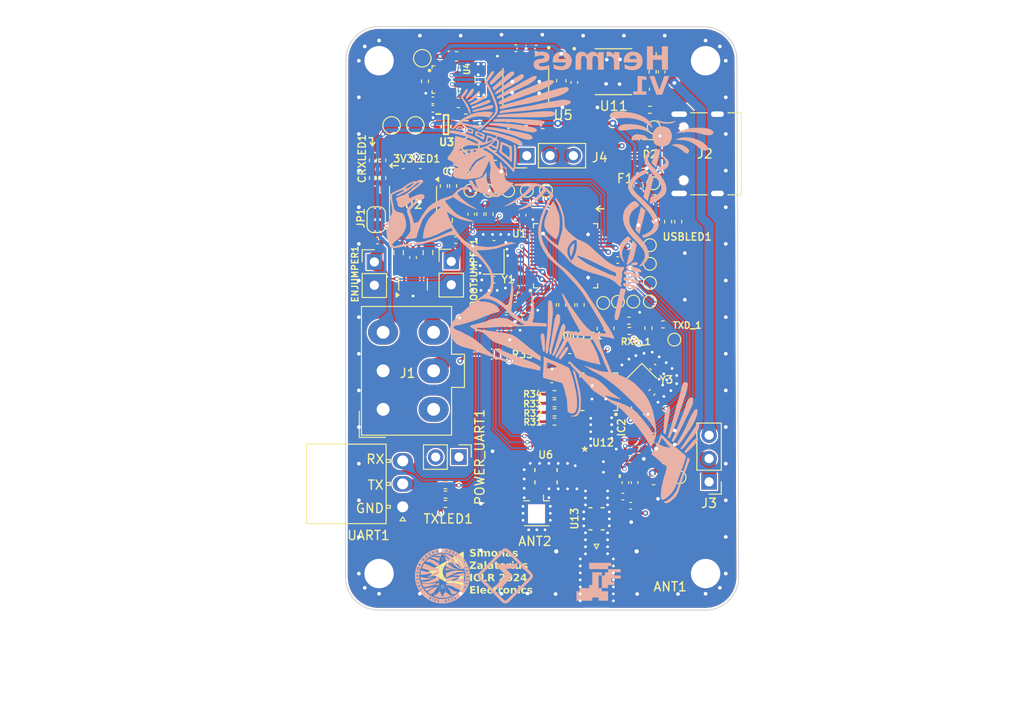
<source format=kicad_pcb>
(kicad_pcb (version 20240108) (generator "pcbnew") (generator_version "8.0")
  (layers (0 "F.Cu" signal) (1 "In1.Cu" power) (2 "In2.Cu" power) (31 "B.Cu" signal) (34 "B.Paste" user) (35 "F.Paste" user) (36 "B.SilkS" user "B.Silkscreen") (37 "F.SilkS" user "F.Silkscreen") (38 "B.Mask" user) (39 "F.Mask" user) (44 "Edge.Cuts" user))
  (net 0 "")
  (net 1 "GND")
  (net 2 "+3V3")
  (net 3 "VBUS")
  (net 4 "RBUS_uC_V")
  (net 5 "/Power/BBIN")
  (net 6 "/Power/BIAS")
  (net 7 "/Power/LX1")
  (net 8 "/Power/LX2")
  (net 9 "/Power/SEL")
  (net 10 "/Power/FBIn")
  (net 11 "Net-(U3-ST)")
  (net 17 "Net-(3V3LED1-A)")
  (net 18 "+VDC")
  (net 19 "/BOOT")
  (net 20 "/CHIP_PU")
  (net 21 "Net-(C6-Pad1)")
  (net 22 "Net-(U1-XTAL_N)")
  (net 23 "Net-(C14-Pad1)")
  (net 24 "Net-(JP1-B)")
  (net 25 "Net-(IC2-XTA)")
  (net 26 "Net-(IC2-XTB)")
  (net 27 "CRX")
  (net 28 "CSD")
  (net 29 "VAA")
  (net 30 "ANT_SEL")
  (net 31 "CPS")
  (net 32 "CHL")
  (net 33 "CTX")
  (net 34 "/CAN_RX")
  (net 35 "Net-(CRXLED1-A)")
  (net 36 "Net-(CTXLED1-A)")
  (net 37 "/CAN_TX")
  (net 38 "/CAN+")
  (net 39 "/CAN-")
  (net 40 "/Data-")
  (net 41 "/Data+")
  (net 42 "CS")
  (net 43 "MISO")
  (net 44 "RF_OUT_T")
  (net 45 "SCK")
  (net 46 "Net-(IC2-DCC_SW)")
  (net 47 "DIO1")
  (net 48 "SX_BUSY")
  (net 49 "MOSI")
  (net 50 "+16.8V")
  (net 51 "Net-(J2-CC2)")
  (net 54 "Net-(J2-CC1)")
  (net 55 "/CAN-BUS/Vref")
  (net 56 "Net-(U1-XTAL_P)")
  (net 57 "Net-(TXLED1-A)")
  (net 58 "Net-(U1-U0TXD{slash}PROG{slash}GPIO43)")
  (net 59 "Net-(IC2-NSS_CTS)")
  (net 60 "Net-(U2-Rs)")
  (net 61 "Net-(USBLED1-A)")
  (net 62 "RF_RST")
  (net 63 "/RF Frontend/FBIn")
  (net 68 "Net-(U1-GPIO1{slash}ADC1_CH0)")
  (net 69 "/TXD")
  (net 71 "Net-(U1-GPIO2{slash}ADC1_CH1)")
  (net 77 "/RXD")
  (net 81 "Net-(ANT2-In)")
  (net 82 "Net-(U12-ANT1)")
  (net 83 "Net-(ANT1-In)")
  (net 84 "unconnected-(U1-GPIO15{slash}ADC2_CH4{slash}XTAL_32K_P-Pad21)")
  (net 86 "Net-(U1-GPIO4{slash}ADC1_CH3)")
  (net 91 "+5V")
  (net 97 "Net-(U1-GPIO5{slash}ADC1_CH4)")
  (net 98 "Net-(IC2-SCK_RTSN)")
  (net 99 "Net-(IC2-MISO_TX)")
  (net 100 "Net-(IC2-MOSI_RX)")
  (net 105 "VDDF")
  (net 106 "DIO2")
  (net 107 "DIO3")
  (net 108 "Net-(J4-Pin_1)")
  (net 109 "Net-(J3-Pin_1)")
  (net 110 "Net-(DIO3_D1-A)")
  (net 111 "Net-(U12-ANT2)")
  (net 112 "Net-(J3-Pin_3)")
  (net 113 "Net-(J4-Pin_2)")
  (net 114 "Net-(TXD_1-A)")
  (net 115 "Net-(RXD_1-A)")
  (footprint "Resistor_SMD:R_0402_1005Metric" (layer "F.Cu") (at 143.0752 101.3108 90)
    (property "Reference" "R29" (hide yes))
    (property "Value" "20-100")
  )
  (footprint "Resistor_SMD:R_0402_1005Metric" (layer "F.Cu") (at 147.3424 103.8722 -90)
    (property "Reference" "R38" (hide yes))
    (property "Value" "470")
  )
  (footprint "TestPoint:TestPoint_Pad_D1.0mm" (layer "F.Cu") (at 151.635 100.9532 -90)
    (property "Reference" "RF_RST1" (hide yes))
    (property "Value" "TestPoint")
  )
  (footprint "Capacitor_SMD:C_0402_1005Metric" (layer "F.Cu") (at 152.9304 75.9316 -90)
    (property "Reference" "C64" (hide yes))
    (property "Value" "0.1uF")
  )
  (footprint "Resistor_SMD:R_0402_1005Metric" (layer "F.Cu") (at 139.949 81.7254)
    (property "Reference" "R17" (hide yes))
    (property "Value" "10k")
  )
  (footprint "Resistor_SMD:R_0402_1005Metric" (layer "F.Cu") (at 141.2424 114.0388)
    (property "Reference" "R31")
    (property "Value" "20-100")
  )
  (footprint "Connector_Molex:Molex_Mini-Fit_Jr_5566-06A_2x03_P4.20mm_Vertical" (layer "F.Cu") (at 122.568 112.697 90)
    (property "Reference" "J1")
    (property "Value" "RBUS")
  )
  (footprint "Capacitor_SMD:C_0402_1005Metric" (layer "F.Cu") (at 138.8868 100.75)
    (property "Reference" "C6" (hide yes))
    (property "Value" "0.1uF")
  )
  (footprint "Resistor_SMD:R_0402_1005Metric" (layer "F.Cu") (at 122.4758 87.4892 -90)
    (property "Reference" "R4" (hide yes))
    (property "Value" "470")
  )
  (footprint "Resistor_SMD:R_0402_1005Metric" (layer "F.Cu") (at 153.0554 103.4424 180)
    (property "Reference" "TXD_1")
    (property "Value" "GREEN_LED")
  )
  (footprint "TestPoint:TestPoint_Pad_D1.5mm" (layer "F.Cu") (at 126.0826 81.7508)
    (property "Reference" "BBIN_TP1" (hide yes))
    (property "Value" "bbintest")
  )
  (footprint "Resistor_SMD:R_0402_1005Metric" (layer "F.Cu") (at 144.0912 101.3108 90)
    (property "Reference" "R30" (hide yes))
    (property "Value" "20-100")
  )
  (footprint "TestPoint:TestPoint_Pad_D1.0mm" (layer "F.Cu") (at 152.0092 88.0614 -90)
    (property "Reference" "D-_TP1" (hide yes))
    (property "Value" "TestPoint")
  )
  (footprint "Capacitor_SMD:C_0603_1608Metric" (layer "F.Cu") (at 142.9058 107.13)
    (property "Reference" "L4" (hide yes))
    (property "Value" "15uH")
  )
  (footprint "Connector_PinHeader_2.54mm:PinHeader_1x02_P2.54mm_Vertical" (layer "F.Cu") (at 130.8324 117.895 -90)
    (property "Reference" "POWER_UART1")
    (property "Value" "Conn_01x02_Male")
  )
  (footprint "Resistor_SMD:R_0402_1005Metric" (layer "F.Cu") (at 151.9398 75.9108 90)
    (property "Reference" "R27" (hide yes))
    (property "Value" "56k")
  )
  (footprint "Capacitor_SMD:C_0402_1005Metric" (layer "F.Cu") (at 136.0114 101.7406 180)
    (property "Reference" "C5" (hide yes))
    (property "Value" "0.1uF")
  )
  (footprint "Capacitor_SMD:C_0402_1005Metric" (layer "F.Cu") (at 134.649 94.66)
    (property "Reference" "C13" (hide yes))
    (property "Value" "11pF")
  )
  (footprint "Fuse:Fuse_0603_1608Metric" (layer "F.Cu") (at 150.395 88.3375 -90)
    (property "Reference" "F1")
    (property "Value" "Fuse")
  )
  (footprint "Resistor_SMD:R_0402_1005Metric" (layer "F.Cu") (at 121.4598 85.5588 -90)
    (property "Reference" "CRXLED1")
    (property "Value" "ORANGE_LED")
  )
  (footprint "Resistor_SMD:R_0402_1005Metric" (layer "F.Cu") (at 154.725 92.24 90)
    (property "Reference" "USBLED1")
    (property "Value" "WHITE_LED")
  )
  (footprint "iclr:SOIC127P599X175-9N" (layer "F.Cu") (at 147.6598 75.9046)
    (property "Reference" "U11")
    (property "Value" "SC4215ASTRT")
  )
  (footprint "Package_TO_SOT_SMD:SOT-143" (layer "F.Cu") (at 151.4504 84.861)
    (property "Reference" "D2")
    (property "Value" "SP0503BAHT")
  )
  (footprint "Capacitor_SMD:C_0603_1608Metric" (layer "F.Cu") (at 152.0456 120.3982)
    (property "Reference" "C74" (hide yes))
    (property "Value" "4.7uF")
  )
  (footprint "iclr:DEA-4_2P0X1P25" (layer "F.Cu") (at 145.8206 124.6232 -90)
    (property "Reference" "U13")
    (property "Value" "DEA202450BT-1213C1")
  )
  (footprint "Resistor_SMD:R_0402_1005Metric" (layer "F.Cu") (at 130.1974 88.3528 -90)
    (property "Reference" "R5" (hide yes))
    (property "Value" "1k")
  )
  (footprint "Resistor_SMD:R_0402_1005Metric" (layer "F.Cu") (at 122.4758 85.5608 -90)
    (property "Reference" "3V3LED1")
    (property "Value" "BLUE_LED")
  )
  (footprint "TestPoint:TestPoint_Pad_D1.0mm" (layer "F.Cu") (at 140.3132 88.8628)
    (property "Reference" "CRX1" (hide yes))
    (property "Value" "TestPoint")
  )
  (footprint "Connector_PinHeader_2.54mm:PinHeader_1x03_P2.54mm_Vertical" (layer "F.Cu") (at 138.2238 85.0528 90)
    (property "Reference" "J4")
    (property "Value" "Conn_01x03_Pin")
  )
  (footprint "Inductor_SMD:L_0402_1005Metric" (layer "F.Cu") (at 136.934 97.31 180)
    (property "Reference" "L2" (hide yes))
    (property "Value" "20nH")
  )
  (footprint "Resistor_SMD:R_0603_1608Metric" (layer "F.Cu") (at 127.4542 95.607 90)
    (property "Reference" "R9" (hide yes))
    (property "Value" "60")
  )
  (footprint "TestPoint:TestPoint_Pad_D1.0mm" (layer "F.Cu") (at 138.2304 88.8628)
    (property "Reference" "CSD1" (hide yes))
    (property "Value" "TestPoint")
  )
  (footprint "Resistor_SMD:R_0603_1608Metric" (layer "F.Cu") (at 135.0234 106.6682 180)
    (property "Reference" "R35")
    (property "Value" "0")
  )
  (footprint "Resistor_SMD:R_0402_1005Metric" (layer "F.Cu") (at 133.1692 91.4242 -90)
    (property "Reference" "R1" (hide yes))
    (property "Value" "10K")
  )
  (footprint "Connector_USB:USB_C_Receptacle_Palconn_UTC16-G" (layer "F.Cu") (at 156.7544 84.8496 90)
    (property "Reference" "J2")
    (property "Value" "USB_C_Receptacle_USB2.0")
  )
  (footprint "iclr:QFN50P400X400X95-24N" (layer "F.Cu") (at 146.0706 110.7772 180)
    (property "Reference" "IC2")
    (property "Value" "SX1280")
  )
  (footprint "Capacitor_SMD:C_0402_1005Metric" (layer "F.Cu") (at 134.629 98.56 180)
    (property "Reference" "C14" (hide yes))
    (property "Value" "11pF")
  )
  (footprint "Inductor_SMD:L_0603_1608Metric" (layer "F.Cu") (at 153.1581 118.0982 180)
    (property "Reference" "FB_R1" (hide yes))
    (property "Value" "FerriteBead_Small")
  )
  (footprint "TestPoint:TestPoint_Pad_D1.0mm" (layer "F.Cu") (at 134.109 88.8628 -90)
    (property "Reference" "CANRX1" (hide yes))
    (property "Value" "TestPoint")
  )
  (footprint "Capacitor_SMD:C_0402_1005Metric" (layer "F.Cu") (at 137.0326 73.3434 180)
    (property "Reference" "C25" (hide yes))
    (property "Value" "4.7uF")
  )
  (footprint "Resistor_SMD:R_0402_1005Metric" (layer "F.Cu") (at 121.4598 87.4932 90)
    (property "Reference" "R18" (hide yes))
    (property "Value" "1k")
  )
  (footprint "Capacitor_SMD:C_0603_1608Metric" (layer "F.Cu") (at 141.983 76.8864 -90)
    (property "Reference" "C12" (hide yes))
    (property "Value" "22uF")
  )
  (footprint "iclr:SOTFL50P160X60-8N" (layer "F.Cu") (at 129.4222 81.6662)
    (property "Reference" "U3")
    (property "Value" "LM66200DRLR" (hide yes))
  )
  (footprint "TestPoint:TestPoint_Pad_D1.0mm" (layer "F.Cu") (at 146.555 101.1056)
    (property "Reference" "DIO3" (hide yes))
    (property "Value" "TestPoint")
  )
  (footprint "Resistor_SMD:R_0402_1005Metric" (layer "F.Cu") (at 134.1598 91.4262 -90)
    (property "Reference" "R3" (hide yes))
    (property "Value" "10K")
  )
  (footprint "Capacitor_SMD:C_0402_1005Metric" (layer "F.Cu") (at 137.327433 99.575099 180)
    (property "Reference" "C9" (hide yes))
    (property "Value" "10nF")
  )
  (footprint "Capacitor_SMD:C_0402_1005Metric" (layer "F.Cu") (at 148.9706 120.6782 -90)
    (property "Reference" "C70" (hide yes))
    (property "Value" "1nF")
  )
  (footprint "Capacitor_SMD:C_0402_1005Metric" (layer "F.Cu") (at 143.4054 77.0798 -90)
    (property "Reference" "C18" (hide yes))
    (property "Value" "10uF")
  )
  (footprint "TestPoint:TestPoint_Pad_D1.0mm" (layer "F.Cu") (at 154.8706 120.0982 -90)
    (property "Reference" "VAA_TP1" (hide yes))
    (property "Value" "TestPoint")
  )
  (footprint "Capacitor_SMD:C_0402_1005Metric" (layer "F.Cu") (at 136.241715 82.6354)
    (property "Reference" "C27" (hide yes))
    (property "Value" "0.1uF")
  )
  (footprint "Resistor_SMD:R_0402_1005Metric" (layer "F.Cu") (at 153.625 92.24 90)
    (property "Reference" "R13" (hide yes))
    (property "Value" "5.1k")
  )
  (footprint "Resistor_SMD:R_0402_1005Metric" (layer "F.Cu") (at 129.3572 123.0004)
    (property "Reference" "R2" (hide yes))
    (property "Value" "470")
  )
  (footprint "TestPoint:TestPoint_Pad_D1.0mm" (layer "F.Cu") (at 151.635 98.9212)
    (property "Reference" "CTX1" (hide yes))
    (property "Value" "TestPoint")
  )
  (footprint "iclr:SKY66112-11_SKY" (layer "F.Cu") (at 146.576 118.973199)
    (property "Reference" "U12")
    (property "Value" "SKY66112-11")
  )
  (footprint "Resistor_SMD:R_0402_1005Metric" (layer "F.Cu") (at 151.635 80.049 180)
    (property "Reference" "R12" (hide yes))
    (property "Value" "5.1k")
  )
  (footprint "Capacitor_SMD:C_0603_1608Metric" (layer "F.Cu") (at 130.5802 74.2312)
    (property "Reference" "C23" (hide yes))
    (property "Value" "22uF")
  )
  (footprint "Capacitor_SMD:C_0402_1005Metric" (layer "F.Cu") (at 149.2706 112.5072 -90)
    (property "Reference" "C53" (hide yes))
    (property "Value" "10nF")
  )
  (footprint "Capacitor_SMD:C_0402_1005Metric" (layer "F.Cu") (at 149.4506 118.0982)
    (property "Reference" "C66" (hide yes))
    (property "Value" "1nF")
  )
  (footprint "Resistor_SMD:R_0402_1005Metric" (layer "F.Cu") (at 141.0686 101.3108 90)
    (property "Reference" "R25" (hide yes))
    (property "Value" "20-100")
  )
  (footprint "Resistor_SMD:R_0402_1005Metric" (layer "F.Cu") (at 129.3572 120.9684)
    (property "Reference" "R6" (hide yes))
    (property "Value" "499R")
  )
  (footprint "Capacitor_SMD:C_0402_1005Metric" (layer "F.Cu") (at 144.9508 106.904 90)
    (property "Reference" "C57" (hide yes))
    (property "Value" "470nF")
  )
  (footprint "Resistor_SMD:R_0402_1005Metric" (layer "F.Cu") (at 146.2756 103.8936 -90)
    (property "Reference" "DIO3_D1")
    (property "Value" "GREEN_LED")
  )
  (footprint "Resistor_SMD:R_0402_1005Metric" (layer "F.Cu") (at 131.5722 80.8862 180)
    (property "Reference" "R14" (hide yes))
    (property "Value" "10k")
  )
  (footprint "Capacitor_SMD:C_0402_1005Metric" (layer "F.Cu") (at 150.4506 117.0982)
    (property "Reference" "C68" (hide yes))
    (property "Value" "100nF")
  )
  (footprint "Capacitor_SMD:C_0402_1005Metric" (layer "F.Cu") (at 124.739 86.0942 180)
    (property "Reference" "C15" (hide yes))
    (property "Value" "100nF")
  )
  (footprint "Capacitor_SMD:C_0402_1005Metric" (layer "F.Cu") (at 151.860011 110.837789 -135)
    (property "Reference" "C50" (hide yes))
    (property "Value" "C_Small")
  )
  (footprint "Capacitor_SMD:C_0402_1005Metric" (layer "F.Cu") (at 127.9902 79.9462 180)
    (property "Reference" "C20" (hide yes))
    (property "Value" "10uF")
  )
  (footprint "Connector_Coaxial:SMA_Molex_73251-1153_EdgeMount_Horizontal" (layer "F.Cu") (at 145.8144 129.8884 90)
    (property "Reference" "ANT1")
    (property "Value" "SMA")
  )
  (footprint "Resistor_SMD:R_0402_1005Metric" (layer "F.Cu") (at 141.2404 111.0416)
    (property "Reference" "R34")
    (property "Value" "20-100")
  )
  (footprint "Capacitor_SMD:C_0402_1005Metric" (layer "F.Cu") (at 137.7666 91.5324 90)
    (property "Reference" "C10" (hide yes))
    (property "Value" "0.1uF")
  )
  (footprint "Jumper:SolderJumper-2_P1.3mm_Open_RoundedPad1.0x1.5mm" (layer "F.Cu") (at 121.8154 92.0228 -90)
    (property "Reference" "JP1")
    (property "Value" "TermJP")
  )
  (footprint "Capacitor_SMD:C_0402_1005Metric" (layer "F.Cu") (at 150.5896 113.2032 -90)
    (property "Reference" "C52" (hide yes))
    (property "Value" "10nF")
  )
  (footprint "Resistor_SMD:R_0402_1005Metric" (layer "F.Cu") (at 142.0846 101.3108 90)
    (property "Reference" "R26" (hide yes))
    (property "Value" "20-100")
  )
  (footprint "Crystal:Crystal_SMD_2016-4Pin_2.0x1.6mm" (layer "F.Cu") (at 134.599 96.61 90)
    (property "Reference" "Y1")
    (property "Value" "R940000171")
  )
  (footprint "Resistor_SMD:R_0402_1005Metric" (layer "F.Cu") (at 138.089 81.7254)
    (property "Reference" "R16" (hide yes))
    (property "Value" "56k")
  )
  (footprint "Resistor_SMD:R_0402_1005Metric" (layer "F.Cu") (at 151.4826 103.8468 90)
    (property "Reference" "R36" (hide yes))
    (property "Value" "470")
  )
  (footprint "Capacitor_SMD:C_0402_1005Metric" (layer "F.Cu") (at 148.1298 96.432)
    (property "Reference" "C11" (hide yes))
    (property "Value" "0.1uF")
  )
  (footprint "Resistor_SMD:R_0402_1005Metric" (layer "F.Cu") (at 127.1302 76.9462 -90)
    (property "Reference" "R15" (hide yes))
    (property "Value" "14k")
  )
  (footprint "TestPoint:TestPoint_Pad_D1.0mm" (layer "F.Cu") (at 151.635 94.8064)
    (property "Reference" "CPS1" (hide yes))
    (property "Value" "TestPoint")
  )
  (footprint "Capacitor_SMD:C_0402_1005Metric" (layer "F.Cu") (at 149.5506 123.1982)
    (property "Reference" "C61" (hide yes))
    (property "Value" "100nF")
  )
  (footprint "TestPoint:TestPoint_Pad_D1.5mm" (layer "F.Cu") (at 132.077 83.9352)
    (property "Reference" "3V3_TP1" (hide yes))
    (property "Value" "TestPoint")
  )
  (footprint "Capacitor_SMD:C_0402_1005Metric" (layer "F.Cu") (at 151.960011 108.066611 135)
    (property "Reference" "C51" (hide yes))
    (property "Value" "C_Small")
  )
  (footprint "Crystal:Crystal_SMD_2016-4Pin_2.0x1.6mm" (layer "F.Cu") (at 150.614534 109.461083 -135)
    (property "Reference" "Y3")
    (property "Value" "Crystal_GND24")
  )
  (footprint "Inductor_SMD:L_0603_1608Metric" (layer "F.Cu") (at 134.7694 85.0528 180)
    (property "Reference" "FB_P1" (hide yes))
    (property "Value" "FerriteBead_Small")
  )
  (footprint "Resistor_SMD:R_0402_1005Metric" (layer "F.Cu") (at 149.4018 104.1536 180)
    (property "Reference" "RXD_1")
    (property "Value" "GREEN_LED")
  )
  (footprint "MountingHole:MountingHole_3.2mm_M3_DIN965_Pad" (layer "F.Cu") (at 122.125 130.59)
    (property "Reference" "H3" (hide yes))
    (property "Value" "MountingHole_Pad")
  )
  (footprint "iclr:Terraria" (layer "F.Cu") (at 146.047 131.484)
    (property "Reference" "G***" (hide yes))
    (property "Value" "LOGO" (hide yes))
  )
  (footprint "Capacitor_SMD:C_0402_1005Metric" (layer "F.Cu") (at 139.241223 73.379214)
    (property "Reference" "C24" (hide yes))
    (property "Value" "10uF")
  )
  (footprint "TestPoint:TestPoint_Pad_D1.5mm" (layer "F.Cu") (at 123.4918 81.7508)
    (property "Reference" "RBUS_VCC_TP1" (hide yes))
    (property "Value" "TestPoint")
  )
  (footprint "TestPoint:TestPoint_Pad_D1.5mm" (layer "F.Cu") (at 126.835 74.44)
    (property "Reference" "BBOUT_TP1" (hide yes))
    (property "Value" "TestPoint")
  )
  (footprint "Resistor_SMD:R_0402_1005Metric" (layer "F.Cu") (at 149.351 103.036)
    (property "Reference" "R37" (hide yes))
    (property "Value" "470")
  )
  (footprint "Connector_PinHeader_2.54mm:PinHeader_1x03_P2.54mm_Vertical" (layer "F.Cu") (at 158.0866 120.5978 180)
    (property "Reference" "J3")
    (property "Value" "Conn_01x03_Pin")
  )
  (footprint "Connector_Molex:Molex_Nano-Fit_105313-xx03_1x03_P2.50mm_Horizontal" (layer "F.Cu") (at 124.7028 123.316 180)
    (property "Reference" "UART1")
    (property "Value" "UART")
  )
  (footprint "Capacitor_SMD:C_0402_1005Metric" (layer "F.Cu") (at 136.9564 100.6484 180)
    (property "Reference" "C7" (hide yes))
    (property "Value" "1uF")
  )
  (footprint "iclr:SOIC127P599X175-9N" (layer "F.Cu") (at 138.111223 77.544214 -90)
    (property "Reference" "U5")
    (property "Value" "SC4215ASTRT")
  )
  (footprint "Capacitor_SMD:C_0402_1005Metric" (layer "F.Cu") (at 132.1786 91.4216 90)
    (property "Reference" "C2" (hide yes))
    (property "Value" "1uF")
  )
  (footprint "Resistor_SMD:R_0402_1005Metric" (layer "F.Cu") (at 152.1108 89.687)
    (property "Reference" "R11" (hide yes))
    (property "Value" "5.1k")
  )
  (footprint "TestPoint:TestPoint_Pad_D1.0mm" (layer "F.Cu") (at 151.635 96.8384)
    (property "Reference" "CHL1" (hide yes))
    (property "Value" "TestPoint")
  )
  (footprint "Capacitor_SMD:C_0402_1005Metric" (layer "F.Cu") (at 149.9706 120.6782 -90)
    (property "Reference" "C73" (hide yes))
    (property "Value" "100nF")
  )
  (footprint "Capacitor_SMD:C_0402_1005Metric" (layer "F.Cu") (at 136.241715 81.7154)
    (property "Reference" "C26" (hide yes))
    (property "Value" "10uF")
  )
  (footprint "" (layer "F.Cu") (at 140.9884 108.2984 -90)
    (property "Reference" "")
    (property "Value" "")
  )
  (footprint "Resistor_SMD:R_0402_1005Metric" (layer "F.Cu") (at 141.249382 113.031132)
    (property "Reference" "R32")
    (property "Value" "20-100")
  )
  (footprint "MountingHole:MountingHole_3.2mm_M3_DIN965_Pad" (layer "F.Cu") (at 122.125 74.7056)
    (property "Reference" "H1" (hide yes))
    (property "Value" "MountingHole_Pad")
  )
  (footprint "Resistor_SMD:R_0402_1005Metric" (layer "F.Cu") (at 141.2404 112.0322)
    (property "Reference" "R33")
    (property "Value" "20-100")
  )
  (footprint "Capacitor_SMD:C_0402_1005Metric" (layer "F.Cu") (at 135.986 102.7566 180)
    (property "Reference" "C4" (hide yes))
    (property "Value" "1uF")
  )
  (footprint "iclr:CONV_MAX77827AEFD+T" (layer "F.Cu") (at 129.4002 76.763274)
    (property "Reference" "U4")
    (property "Value" "MAX77827AEFD+T")
  )
  (footprint "Package_SO:SOIC-8_3.9x4.9mm_P1.27mm" (layer "F.Cu") (at 125.8286 90.336 -90)
    (property "Reference" "U2")
    (property "Value" "SN65HVD230")
  )
  (footprint "Capacitor_SMD:C_0402_1005Metric" (layer "F.Cu") (at 145.9668 106.396 90)
    (property "Reference" "C54" (hide yes))
    (property "Value" "0.1uF")
  )
  (footprint "MountingHole:MountingHole_3.2mm_M3_DIN965_Pad" (layer "F.Cu") (at 157.7054 130.59)
    (property "Reference" "H4" (hide yes))
    (property "Value" "MountingHole_Pad")
  )
  (footprint "iclr:DEA-4_2P0X1P25" (layer "F.Cu") (at 140.3153 119.9824 180)
    (property "Reference" "U6")
    (property "Value" "DEA202450BT-1213C1")
  )
  (footprint "Capacitor_SMD:C_0402_1005Metric" (layer "F.Cu") (at 125.8286 96.1552 -90)
    (property "Reference" "C17" (hide yes))
    (property "Value" "47nF")
  )
  (footprint "Capacitor_SMD:C_0603_1608Metric" (layer "F.Cu") (at 130.768056 79.301823)
    (property "Reference" "C21" (hide yes))
    (property "Value" "10uF")
  )
  (footprint "Inductor_SMD:L_0402_1005Metric" (layer "F.Cu") (at 137.9166 101.7406)
    (property "Reference" "L1" (hide yes))
    (property "Value" "2.0nH")
  )
  (footprint "Capacitor_SMD:C_0402_1005Metric" (layer "F.Cu") (at 151.9398 77.8112 90)
    (property "Reference" "C62" (hide yes))
    (property "Value" "10uF")
  )
  (footprint "Capacitor_SMD:C_0402_1005Metric" (layer "F.Cu") (at 127.9902 79.0262 180)
    (property "Reference" "C22" (hide yes))
    (property "Value" "1uF")
  )
  (footprint "iclr:trilogo" (layer "F.Cu") (at 130.172 130.1886 -30)
    (property "Reference" "G***" (hide yes))
    (property "Value" "LOGO" (hide yes))
  )
  (footprint "Capacitor_SMD:C_0603_1608Metric" (layer "F.Cu") (at 151.9456 115.7982)
    (property "Reference" "C71" (hide yes))
    (property "Value" "4.7uF")
  )
  (footprint "TestPoint:TestPoint_Pad_D1.0mm" (layer "F.Cu") (at 154.298 105.098 -90)
    (property "Reference" "DIO1" (hide yes))
    (property "Value" "TestPoint")
  )
  (footprint "Capacitor_SMD:C_0402_1005Metric" (layer "F.Cu") (at 130.4742 94.2476)
    (property "Reference" "C8" (hide yes))
    (property "Value" "0.1uF")
  )
  (footprint "Capacitor_SMD:C_0402_1005Metric" (layer "F.Cu") (at 126.6134 86.0942)
    (property "Reference" "C16" (hide yes))
    (property "Value" "10uF")
  )
  (footprint "Resistor_SMD:R_0402_1005Metric" (layer "F.Cu") (at 129.1814 88.3548 -90)
    (property "Reference" "CTXLED1")
    (property "Value" "GREEN_LED")
  )
  (footprint "Connector_PinHeader_2.54mm:PinHeader_1x02_P2.54mm_Vertical" (layer "F.Cu") (at 121.6122 96.6352)
    (property "Reference" "ENJUMPER1")
    (property "Value" "Conn_01x02_Male")
  )
  (footprint "Inductor_SMD:L_0805_2012Metric" (layer "F.Cu") (at 133.148161 76.758634 90)
    (property "Reference" "L3" (hide yes))
    (property "Value" "1uH")
  )
  (footprint "TestPoint:TestPoint_Pad_D1.0mm" (layer "F.Cu") (at 149.8316 100.9532 -90)
    (property "Reference" "BUSY1" (hide yes))
    (property "Value" "TestPoint")
  )
  (footprint "Capacitor_SMD:C_0402_1005Metric" (layer "F.Cu") (at 143.4308 74.687 90)
    (property "Reference" "C19" (hide yes))
    (property "Value" "4.7uF")
  )
  (footprint "Capacitor_SMD:C_0402_1005Metric" (layer "F.Cu") (at 148.6906 122.1982)
    (property "Reference" "C65" (hide yes))
    (property "Value" "1nF")
  )
  (footprint "Resistor_SMD:R_0603_1608Metric" (layer "F.Cu") (at 129.5878 92.1018 90)
    (property "Reference" "R8" (hide yes))
    (property "Value" "0")
  )
  (footprint "Connector_PinHeader_2.54mm:PinHeader_1x02_P2.54mm_Vertical" (layer "F.Cu") (at 129.9942 96.5844)
    (property "Reference" "BOOTJUMPER1")
    (property "Value" "Conn_01x02_Male")
  )
  (footprint "Resistor_SMD:R_0402_1005Metric" (layer "F.Cu") (at 151.9398 73.9764 90)
    (property "Reference" "R28" (hide yes))
    (property "Value" "10k")
  )
  (footprint "Capacitor_SMD:C_0402_1005Metric" (layer "F.Cu") (at 121.945 94.2984 180)
    (property "Reference" "C3" (hide yes))
    (property "Value" "0.1uF")
  )
  (footprint "Connector_Coaxial:U.FL_Hirose_U.FL-R-SMT-1_Vertical" (layer "F.Cu") (at 139.2866 123.547 -90)
    (property "Reference" "ANT2")
    (property "Value" "u.FL")
  )
  (footprint "TestPoint:TestPoint_Pad_D1.0mm" (layer "F.Cu") (at 136.1918 88.8628 -90)
    (property "Reference" "ANT_S1" (hide yes))
    (property "Value" "TestPoint")
  )
  (footprint "TestPoint:TestPoint_Pad_D1.0mm" (layer "F.Cu") (at 152.06 81.954 -90)
    (property "Reference" "D+_TP1" (hide yes))
    (property "Value" "TestPoint")
  )
  (footprint "TestPoint:TestPoint_Pad_D1.0mm" (layer "F.Cu") (at 148.1552 100.9786)
    (property "Reference" "DIO2" (hide yes))
    (property "Value" "TestPoint")
  )
  (footprint "Package_TO_SOT_SMD:SOT-23" (layer "F.Cu") (at 125.8286 99.0736 90)
    (property "Reference" "D1" (hide yes))
    (property "Value" "SM712_SOT23")
  )
  (footprint "Capacitor_SMD:C_0402_1005Metric" (layer "F.Cu") (at 140.9402 109.4414 180)
    (property "Reference" "C58" (hide yes))
    (property "Value" "0.1uF")
  )
  (footprint "TestPoint:TestPoint_Pad_D1.0mm" (layer "F.Cu") (at 132.077 88.8628 180)
    (property "Reference" "CANTX1" (hide yes))
    (property "Value" "TestPoint")
  )
  (footprint "iclr:QFN40P700X700X90-57N" (layer "F.Cu") (at 142.45 95.96 90)
    (property "Reference" "U1")
    (property "Value" "ESP32-S3")
  )
  (footprint "Capacitor_SMD:C_0402_1005Metric" (layer "F.Cu") (at 137.8682 102.7566)
    (property "Reference" "C1" (hide yes))
    (property "Value" "10uF")
  )
  (footprint "MountingHole:MountingHole_3.2mm_M3_DIN965_Pad" (layer "F.Cu") (at 157.7054 74.7056)
    (property "Reference" "H2" (hide yes))
    (property "Value" "MountingHole_Pad")
  )
  (footprint "Resistor_SMD:R_0603_1608Metric" (layer "F.Cu") (at 124.2538 95.607 -90)
    (property "Reference" "R10" (hide yes))
    (property "Value" "60")
  )
  (footprint "Resistor_SMD:R_0402_1005Metric" (layer "F.Cu") (at 129.3572 121.9844)
    (property "Reference" "TXLED1")
    (property "Value" "GREEN_LED")
  )
  (footprint "iclr:HermesArt" (layer "B.Cu") (at 139.8748 99.4038 180)
    (property "Reference" "G***" (hide yes))
    (property "Value" "LOGO" (hide yes))
  )
  (footprint "footprints:iclr_logo_estd2018_6mm" (layer "B.Cu") (at 129.029 130.849 180)
    (property "Reference" "G***" (hide yes))
    (property "Value" "LOGO" (hide yes))
  )
  (footprint "footprints:rae_logo_6mm" (layer "B.Cu") (at 135.887 130.849 180)
    (property "Reference" "G***" (hide yes))
    (property "Value" "LOGO" (hide yes))
  )
  (gr_line (start 121.409 83.986) (end 121.663 83.605) (stroke (width 0.15)) (layer "F.SilkS"))
  (gr_line (start 121.282 83.097) (end 121.409 83.097) (stroke (width 0.15)) (layer "F.SilkS"))
  (gr_line (start 124.203 86.145) (end 123.314 86.145) (stroke (width 0.15)) (layer "F.SilkS"))
  (gr_line (start 121.409 83.097) (end 121.409 83.986) (stroke (width 0.15)) (layer "F.SilkS"))
  (gr_line (start 121.409 83.986) (end 121.155 83.605) (stroke (width 0.15)) (layer "F.SilkS"))
  (gr_line (start 123.314 86.145) (end 123.568 85.891) (stroke (width 0.15)) (layer "F.SilkS"))
  (gr_line (start 145.793 90.844) (end 146.1994 90.5392) (stroke (width 0.15)) (layer "F.SilkS"))
  (gr_line (start 123.314 86.145) (end 123.568 86.399) (stroke (width 0.15)) (layer "F.SilkS"))
  (gr_line (start 145.793 90.844) (end 146.1994 91.1488) (stroke (width 0.15)) (layer "F.SilkS"))
  (gr_line (start 146.6058 90.844) (end 145.793 90.844) (stroke (width 0.15)) (layer "F.SilkS"))
  (gr_line (start 146.1994 90.5392) (end 145.793 90.844) (stroke (width 0.15)) (layer "F.SilkS"))
  (gr_line (start 121.028 83.097) (end 121.282 83.097) (stroke (width 0.15)) (layer "F.SilkS"))
  (gr_line (start 157.5154 71.004) (end 122.125 70.99) (stroke (width 0.1)) (layer "Edge.Cuts"))
  (gr_arc (start 118.525 74.59) (mid 119.579416 72.044416) (end 122.125 70.99) (stroke (width 0.1)) (layer "Edge.Cuts"))
  (gr_line (start 161.306216 130.970416) (end 161.1154 74.604) (stroke (width 0.1)) (layer "Edge.Cuts"))
  (gr_arc (start 157.5154 71.004) (mid 160.060984 72.058416) (end 161.1154 74.604) (stroke (width 0.1)) (layer "Edge.Cuts"))
  (gr_line (start 157.706216 134.570416) (end 122.065584 134.570416) (stroke (width 0.1)) (layer "Edge.Cuts"))
  (gr_arc (start 122.065584 134.570416) (mid 119.520004 133.515996) (end 118.465584 130.970416) (stroke (width 0.1)) (layer "Edge.Cuts"))
  (gr_arc (start 161.306216 130.970416) (mid 160.251796 133.515996) (end 157.706216 134.570416) (stroke (width 0.1)) (layer "Edge.Cuts"))
  (gr_line (start 118.525 74.59) (end 118.465584 130.970416) (stroke (width 0.1)) (layer "Edge.Cuts"))
  (gr_text "Hermes\n" (at 153.921 76.112 0) (layer "B.SilkS") (effects (font (size 2.5 2.5)) (justify left bottom mirror)))
  (gr_text "V1" (at 153.7432 78.7536 0) (layer "B.SilkS") (effects (font (size 2 2)) (justify left bottom mirror)))
  (gr_text "Simonas \nZalatorius\nICLR 2024\nElectronics" (at 131.95 132.9064 0) (layer "F.SilkS") (effects (font (size 0.8 0.8) (thickness 0.18) (bold yes)) (justify left bottom)))
  (gr_text "GND\n" (at 119.504 124.0672 0) (layer "F.SilkS") (effects (font (size 1 1)) (justify left bottom)))
  (gr_text "RX\n" (at 120.647 118.7078 0) (layer "F.SilkS") (effects (font (size 1 1)) (justify left bottom)))
  (gr_text "TX\n" (at 120.7994 121.5272 0) (layer "F.SilkS") (effects (font (size 1 1)) (justify left bottom)))
  (segment (start 127.7092 91.2768) (end 129.5878 91.2768) (width 0.4) (layer "F.Cu") (net 1))
  (segment (start 126.489 84.4686) (end 127.0934 85.073) (width 0.3) (layer "F.Cu") (net 1))
  (segment (start 136.141 95.9494) (end 136.141 94.7048) (width 0.3) (layer "F.Cu") (net 1))
  (segment (start 144.6188 121.1526) (end 144.6188 121.59) (width 0.3) (layer "F.Cu") (net 1))
  (segment (start 133.1438 98.4132) (end 133.3216 98.591) (width 0.3) (layer "F.Cu") (net 1))
  (segment (start 149.1706 121.3582) (end 148.9706 121.1582) (width 0.25) (layer "F.Cu") (net 1))
  (segment (start 133.7806 97.0416) (end 134.049 97.31) (width 0.3) (layer "F.Cu") (net 1))
  (segment (start 146.326 119.798199) (end 146.576 119.548199) (width 0.2) (layer "F.Cu") (net 1))
  (segment (start 152.6208 89.687) (end 154.307 89.687) (width 0.4) (layer "F.Cu") (net 1))
  (segment (start 152.299422 108.406022) (end 152.299422 108.554012) (width 0.2) (layer "F.Cu") (net 1))
  (segment (start 145.8206 110.6522) (end 144.6956 109.5272) (width 0.2) (layer "F.Cu") (net 1))
  (segment (start 151.9206 121.2982) (end 150.1106 121.2982) (width 0.25) (layer "F.Cu") (net 1))
  (segment (start 149.730651 109.567149) (end 149.803875 109.493925) (width 0.2) (layer "F.Cu") (net 1))
  (segment (start 131.8212 74.2352) (end 131.8172 74.2312) (width 0.8) (layer "F.Cu") (net 1))
  (segment (start 153.032 109.9194) (end 153.4638 109.4876) (width 0.3) (layer "F.Cu") (net 1))
  (segment (start 154.2444 88.0496) (end 154.2444 88.5896) (width 0.3) (layer "F.Cu") (net 1))
  (segment (start 150.9306 117.0982) (end 149.9306 118.0982) (width 0.25) (layer "F.Cu") (net 1))
  (segment (start 133.1438 97.0416) (end 133.1438 98.4132) (width 0.3) (layer "F.Cu") (net 1))
  (segment (start 152.8206 120.3982) (end 151.9206 121.2982) (width 0.25) (layer "F.Cu") (net 1))
  (segment (start 130.49959 76.765495) (end 131.631365 76.765495) (width 0.36) (layer "F.Cu") (net 1))
  (segment (start 145.298201 120.473199) (end 144.6188 121.1526) (width 0.3) (layer "F.Cu") (net 1))
  (segment (start 151.3602 84.111) (end 151.3722 84.099) (width 0.4) (layer "F.Cu") (net 1))
  (segment (start 146.8206 110.6522) (end 145.8706 110.6522) (width 0.2) (layer "F.Cu") (net 1))
  (segment (start 144.772 93.638) (end 142.45 95.96) (width 0.4) (layer "F.Cu") (net 1))
  (segment (start 154.307 89.687) (end 154.8244 89.1696) (width 0.4) (layer "F.Cu") (net 1))
  (segment (start 149.2706 112.9872) (end 147.5606 112.9872) (width 0.2) (layer "F.Cu") (net 1))
  (segment (start 150.9306 117.0982) (end 150.9306 118.0582) (width 0.25) (layer "F.Cu") (net 1))
  (segment (start 135.1884 95.9494) (end 135.149 95.91) (width 0.3) (layer "F.Cu") (net 1))
  (segment (start 149.2706 110.0272) (end 149.730651 109.567149) (width 0.2) (layer "F.Cu") (net 1))
  (segment (start 145.3206 112.7472) (end 145.3206 111.575) (width 0.2) (layer "F.Cu") (net 1))
  (segment (start 148.0406 110.0272) (end 147.4456 110.0272) (width 0.2) (layer "F.Cu") (net 1))
  (segment (start 145.8206 112.7472) (end 145.3206 112.7472) (width 0.2) (layer "F.Cu") (net 1))
  (segment (start 145.3206 111.2022) (end 145.8706 110.6522) (width 0.2) (layer "F.Cu") (net 1))
  (segment (start 124.259 86.0942) (end 124.259 85.6318) (width 0.3) (layer "F.Cu") (net 1))
  (segment (start 150.1106 121.2982) (end 149.9706 121.1582) (width 0.25) (layer "F.Cu") (net 1))
  (segment (start 135.149 94.68) (end 135.129 94.66) (width 0.25) (layer "F.Cu") (net 1))
  (segment (start 133.3216 98.591) (end 134.118 98.591) (width 0.3) (layer "F.Cu") (net 1))
  (segment (start 152.651 109.4114) (end 151.5548 109.4114) (width 0.3) (layer "F.Cu") (net 1))
  (segment (start 153.032 109.7924) (end 152.651 109.4114) (width 0.3) (layer "F.Cu") (net 1))
  (segment (start 152.6514 110.0464) (end 152.199422 110.498378) (width 0.3) (layer "F.Cu") (net 1))
  (segment (start 147.3206 112.7472) (end 146.8206 112.7472) (width 0.2) (layer "F.Cu") (net 1))
  (segment (start 153.032 110.0464) (end 153.032 109.7924) (width 0.3) (layer "F.Cu") (net 1))
  (segment (start 136.141 94.7048) (end 135.9378 94.5016) (width 0.3) (layer "F.Cu") (net 1))
  (segment (start 145.825999 117.474599) (end 145.825999 117.648198) (width 0.2) (layer "F.Cu") (net 1))
  (segment (start 146.826 119.798199) (end 146.576 119.548199) (width 0.2) (layer "F.Cu") (net 1))
  (segment (start 147.8206 119.9732) (end 147.001001 119.9732) (width 0.27) (layer "F.Cu") (net 1))
  (segment (start 135.2874 94.5016) (end 135.129 94.66) (width 0.3) (layer "F.Cu") (net 1))
  (segment (start 145.8706 110.6522) (end 145.8206 110.6522) (width 0.2) (layer "F.Cu") (net 1))
  (segment (start 154.2444 88.5896) (end 154.8244 89.1696) (width 0.3) (layer "F.Cu") (net 1))
  (segment (start 153.1336 108.8272) (end 153.1336 109.1574) (width 0.3) (layer "F.Cu") (net 1))
  (segment (start 134.998 74.2324) (end 135.0234 74.207) (width 0.3) (layer "F.Cu") (net 1))
  (segment (start 152.199422 110.056022) (end 152.199422 110.498378) (width 0.2) (layer "F.Cu") (net 1))
  (segment (start 153.1336 108.9288) (end 152.651 109.4114) (width 0.3) (layer "F.Cu") (net 1))
  (segment (start 151.359509 109.493925) (end 151.498417 109.355017) (width 0.2) (layer "F.Cu") (net 1))
  (segment (start 150.0306 123.0582) (end 149.1706 122.1982) (width 0.25) (layer "F.Cu") (net 1))
  (segment (start 125.4222 84.4686) (end 126.489 84.4686) (width 0.3) (layer "F.Cu") (net 1))
  (segment (start 134.149 97.41) (end 134.049 97.31) (width 0.25) (layer "F.Cu") (net 1))
  (segment (start 136.3442 73.3434) (end 135.887 73.3434) (width 0.3) (layer "F.Cu") (net 1))
  (segment (start 147.826 117.167113) (end 147.826 117.473199) (width 0.25) (layer "F.Cu") (net 1))
  (segment (start 145.825999 117.474599) (end 145.3274 117.474599) (width 0.2) (layer "F.Cu") (net 1))
  (segment (start 147.826 119.9786) (end 147.8206 119.9732) (width 0.27) (layer "F.Cu") (net 1))
  (segment (start 153.032 110.0464) (end 152.6514 110.0464) (width 0.3) (layer "F.Cu") (net 1))
  (segment (start 135.149 95.91) (end 135.149 94.68) (width 0.25) (layer "F.Cu") (net 1))
  (segment (start 131.8212 79.353663) (end 131.8212 74.2352) (width 0.8) (layer "F.Cu") (net 1))
  (segment (start 146.826 120.471799) (end 146.826 119.798199) (width 0.2) (layer "F.Cu") (net 1))
  (segment (start 140.0264 93.5364) (end 142.45 95.96) (width 0.4) (layer "F.Cu") (net 1))
  (segment (start 150.1298 73.9996) (end 148.9468 73.9996) (width 0.4) (layer "F.Cu") (net 1))
  (segment (start 154.3438 80.049) (end 154.8244 80.5296) (width 0.4) (layer "F.Cu") (net 1))
  (segment (start 149.1706 122.1982) (end 149.1706 121.3582) (width 0.25) (layer "F.Cu") (net 1))
  (segment (start 152.145 80.049) (end 154.3438 80.049) (width 0.4) (layer "F.Cu") (net 1))
  (segment (start 131.3564 74.2324) (end 134.998 74.2324) (width 0.3) (layer "F.Cu") (net 1))
  (segment (start 147.9666 117.026513) (end 147.826 117.167113) (width 0.25) (layer "F.Cu") (net 1))
  (segment (start 126.5144 90.082) (end 126.4636 90.0312) (width 0.4) (layer "F.Cu") (net 1))
  (segment (start 136.5526 73.3434) (end 136.3442 73.3434) (width 0.3) (layer "F.Cu") (net 1))
  (segment (start 140.0018 93.5364) (end 140.0264 93.5364) (width 0.4) (layer "F.Cu") (net 1))
  (segment (start 136.141 95.9494) (end 135.1884 95.9494) (width 0.3) (layer "F.Cu") (net 1))
  (segment (start 127.0934 85.073) (end 127.0934 86.0942) (width 0.3) (layer "F.Cu") (net 1))
  (segment (start 126.5144 90.082) (end 127.7092 91.2768) (width 0.4) (layer "F.Cu") (net 1))
  (segment (start 131.631975 76.763274) (end 131.6402 76.771499) (width 0.25) (layer "F.Cu") (net 1))
  (segment (start 144.904 98.337) (end 144.827 98.337) (width 0.4) (layer "F.Cu") (net 1))
  (segment (start 131.8172 74.2312) (end 131.3552 74.2312) (width 0.8) (layer "F.Cu") (net 1))
  (segment (start 146.826 118.148199) (end 146.576 118.398199) (width 0.2) (layer "F.Cu") (net 1))
  (segment (start 134.149 98.56) (end 134.149 97.41) (width 0.25) (layer "F.Cu") (net 1))
  (segment (start 147.826 120.473199) (end 147.826 119.9786) (width 0.27) (layer "F.Cu") (net 1))
  (segment (start 153.1336 109.1574) (end 153.4638 109.4876) (width 0.3) (layer "F.Cu") (net 1))
  (segment (start 153.032 110.0464) (end 153.032 109.9194) (width 0.3) (layer "F.Cu") (net 1))
  (segment (start 138.8842 91.9108) (end 138.8842 92.0124) (width 0.4) (layer "F.Cu") (net 1))
  (segment (start 153.1336 108.8272) (end 153.1336 108.9288) (width 0.3) (layer "F.Cu") (net 1))
  (segment (start 146.8206 110.6522) (end 146.8206 111.575) (width 0.2) (layer "F.Cu") (net 1))
  (segment (start 146.8206 111.575) (end 146.8206 112.7472) (width 0.2) (layer "F.Cu") (net 1))
  (segment (start 138.0258 91.0524) (end 137.7666 91.0524) (width 0.4) (layer "F.Cu") (net 1))
  (segment (start 144.904 93.638) (end 144.772 93.638) (width 0.4) (layer "F.Cu") (net 1))
  (segment (start 146.826 117.474599) (end 146.826 118.148199) (width 0.2) (layer "F.Cu") (net 1))
  (segment (start 125.8286 99.5562) (end 125.8286 100.3436) (width 0.4) (layer "F.Cu") (net 1))
  (segment (start 148.9468 73.9996) (end 148.3838 74.5626) (width 0.4) (layer "F.Cu") (net 1))
  (segment (start 146.500999 119.473198) (end 146.576 119.548199) (width 0.2) (layer "F.Cu") (net 1))
  (segment (start 130.9542 94.2476) (end 131.3912 94.6846) (width 0.4) (layer "F.Cu") (net 1))
  (segment (start 152.299422 108.554012) (end 151.498417 109.355017) (width 0.2) (layer "F.Cu") (net 1))
  (segment (start 153.1336 108.8272) (end 152.7206 108.8272) (width 0.3) (layer "F.Cu") (net 1))
  (segment (start 154.2444 81.6496) (end 154.2444 81.1096) (width 0.3) (layer "F.Cu") (net 1))
  (segment (start 151.5548 109.4114) (end 151.498417 109.355017) (width 0.3) (layer "F.Cu") (net 1))
  (segment (start 149.9706 121.1582) (end 148.9706 121.1582) (width 0.25) (layer "F.Cu") (net 1))
  (segment (start 147.001001 119.9732) (end 146.576 119.548199) (width 0.27) (layer "F.Cu") (net 1))
  (segment (start 131.3912 97.7274) (end 129.9942 99.1244) (width 0.4) (layer "F.Cu") (net 1))
  (segment (start 148.0406 110.0272) (end 149.2706 110.0272) (width 0.2) (layer "F.Cu") (net 1))
  (segment (start 135.887 73.3434) (end 135.0234 74.207) (width 0.3) (layer "F.Cu") (net 1))
  (segment (start 146.4683 124.6232) (end 146.4683 124.386776) (width 0.3) (layer "F.Cu") (net 1))
  (segment (start 138.0258 91.0524) (end 138.8842 91.9108) (width 0.4) (layer "F.Cu") (net 1))
  (segment (start 128.5842 80.9162) (end 128.0052 80.9162) (width 0.25) (layer "F.Cu") (net 1))
  (segment (start 152.145 80.049) (end 150.4504 81.7436) (width 0.4) (layer "F.Cu") (net 1))
  (segment (start 147.4456 110.0272) (end 146.8206 110.6522) (width 0.2) (layer "F.Cu") (net 1))
  (segment (start 131.3912 94.6846) (end 131.3912 97.7274) (width 0.4) (layer "F.Cu") (net 1))
  (segment (start 149.9306 118.0982) (end 149.9306 118.1982) (width 0.25) (layer "F.Cu") (net 1))
  (segment (start 145.825999 117.648198) (end 146.576 118.398199) (width 0.2) (layer "F.Cu") (net 1))
  (segment (start 145.326 120.473199) (end 145.298201 120.473199) (width 0.3) (layer "F.Cu") (net 1))
  (segment (start 135.9378 94.5016) (end 135.2874 94.5016) (width 0.3) (layer "F.Cu") (net 1))
  (segment (start 150.9306 118.0582) (end 150.9706 118.0982) (width 0.25) (layer "F.Cu") (net 1))
  (segment (start 151.498417 109.355017) (end 152.199422 110.056022) (width 0.2) (layer "F.Cu") (net 1))
  (segment (start 125.8286 98.1361) (end 125.8286 99.5562) (width 0.4) (layer "F.Cu") (net 1))
  (segment (start 126.4636 90.0312) (end 126.4636 87.861) (width 0.4) (layer "F.Cu") (net 1))
  (segment (start 133.1438 97.0416) (end 133.7806 97.0416) (width 0.3) (layer "F.Cu") (net 1))
  (segment (start 145.3314 119.473198) (end 146.500999 119.473198) (width 0.2) (layer "F.Cu") (net 1))
  (segment (start 144.6956 109.5272) (end 144.1006 109.5272) (width 0.2) (layer "F.Cu") (net 1))
  (segment (start 149.803875 109.493925) (end 151.359509 109.493925) (width 0.2) (layer "F.Cu") (net 1))
  (segment (start 124.259 85.6318) (end 125.4222 84.4686) (width 0.3) (layer "F.Cu") (net 1))
  (segment (start 152.7206 108.8272) (end 152.299422 108.406022) (width 0.3) (layer "F.Cu") (net 1))
  (segment (start 145.3206 111.575) (end 145.3206 111.2022) (width 0.2) (layer "F.Cu") (net 1))
  (segment (start 147.5606 112.9872) (end 147.3206 112.7472) (width 0.2) (layer "F.Cu") (net 1))
  (segment (start 150.4504 84.111) (end 151.3602 84.111) (width 0.4) (layer "F.Cu") (net 1))
  (segment (start 134.118 98.591) (end 134.149 98.56) (width 0.3) (layer "F.Cu") (net 1))
  (segment (start 131.3552 74.2312) (end 131.3564 74.2324) (width 0.3) (layer "F.Cu") (net 1))
  (segment (start 146.326 120.471799) (end 146.326 119.798199) (width 0.2) (layer "F.Cu") (net 1))
  (segment (start 125.8286 98.1361) (end 125.8286 96.6352) (width 0.4) (layer "F.Cu") (net 1))
  (segment (start 150.4504 81.7436) (end 150.4504 84.111) (width 0.4) (layer "F.Cu") (net 1))
  (segment (start 144.827 98.337) (end 142.45 95.96) (width 0.4) (layer "F.Cu") (net 1))
  (segment (start 150.0306 123.1982) (end 150.0306 123.0582) (width 0.25) (layer "F.Cu") (net 1))
  (segment (start 145.824599 117.473199) (end 145.825999 117.474599) (width 0.2) (layer "F.Cu") (net 1))
  (segment (start 154.2444 81.1096) (end 154.8244 80.5296) (width 0.3) (layer "F.Cu") (net 1))
  (segment (start 149.9306 118.0982) (end 150.9706 118.0982) (width 0.25) (layer "F.Cu") (net 1))
  (via (at 147.4688 115.84) (size 0.45) (drill 0.3) (layers "F.Cu" "B.Cu") (net 1))
  (via (at 140.6328 121.354) (size 0.6) (drill 0.3) (layers "F.Cu" "B.Cu") (net 1))
  (via (at 119.925 110.631026) (size 0.8) (drill 0.4) (layers "F.Cu" "B.Cu") (net 1))
  (via (at 139.312 125.8244) (size 0.6) (drill 0.3) (layers "F.Cu" "B.Cu") (net 1))
  (via (at 132.331 99.734) (size 0.45) (drill 0.3) (layers "F.Cu" "B.Cu") (net 1))
  (via (at 127.2192 78.2542) (size 0.6) (drill 0.3) (layers "F.Cu" "B.Cu") (net 1))
  (via (at 141.6488 121.354) (size 0.6) (drill 0.3) (layers "F.Cu" "B.Cu") (net 1))
  (via (at 125.8286 100.3436) (size 0.45) (drill 0.3) (layers "F.Cu" "B.Cu") (net 1))
  (via (at 137.9404 119.2712) (size 0.6) (drill 0.3) (layers "F.Cu" "B.Cu") (net 1))
  (via (at 148.333 77.255) (size 0.8) (drill 0.4) (layers "F.Cu" "B.Cu") (net 1))
  (via (at 137.9404 121.3032) (size 0.6) (drill 0.3) (layers "F.Cu" "B.Cu") (net 1))
  (via (at 144.4288 123.87) (size 0.6) (drill 0.3) (layers "F.Cu" "B.Cu") (net 1))
  (via (at 144.0488 132.04) (size 0.6) (drill 0.3) (layers "F.Cu" "B.Cu") (net 1))
  (via (at 132.712 94.146) (size 0.45) (drill 0.3) (layers "F.Cu" "B.Cu") (net 1))
  (via (at 144.904 93.638) (size 0.8) (drill 0.4) (layers "F.Cu" "B.Cu") (net 1))
  (via (at 154.3488 116.528) (size 0.8) (drill 0.4) (layers "F.Cu" "B.Cu") (net 1))
  (via (at 136.3696 105.1188) (size 0.45) (drill 0.3) (layers "F.Cu" "B.Cu") (net 1))
  (via (at 145.1938 113.67) (size 0.6) (drill 0.3) (layers "F.Cu" "B.Cu") (net 1))
  (via (at 147.4688 113.61) (size 0.6) (drill 0.3) (layers "F.Cu" "B.Cu") (net 1))
  (via (at 133.22 99.734) (size 0.45) (drill 0.3) (layers "F.Cu" "B.Cu") (net 1))
  (via (at 126.5715 71.9718) (size 0.8) (drill 0.4) (layers "F.Cu" "B.Cu") (net 1))
  (via (at 147.0288 121.59) (size 0.6) (drill 0.3) (layers "F.Cu" "B.Cu") (net 1))
  (via (at 144.6188 122.35) (size 0.6) (drill 0.3) (layers "F.Cu" "B.Cu") (net 1))
  (via (at 137.4872 104.0774) (size 0.45) (drill 0.3) (layers "F.Cu" "B.Cu") (net 1))
  (via (at 126.5144 90.082) (size 0.8) (drill 0.4) (layers "F.Cu" "B.Cu") (net 1))
  (via (at 157.705 72.5056) (size 0.8) (drill 0.4) (layers "F.Cu" "B.Cu") (net 1))
  (via (at 159.9054 114.62274) (size 0.8) (drill 0.4) (layers "F.Cu" "B.Cu") (net 1))
  (via (at 159.9054 94.66417) (size 0.8) (drill 0.4) (layers "F.Cu" "B.Cu") (net 1))
  (via (at 144.6188 123.11) (size 0.6) (drill 0.3) (layers "F.Cu" "B.Cu") (net 1))
  (via (at 147.6588 133.56) (size 0.6) (drill 0.3) (layers "F.Cu" "B.Cu") (net 1))
  (via (at 152.651 106.973) (size 0.45) (drill 0.3) (layers "F.Cu" "B.Cu") (net 1))
  (via (at 119.925 118.614454) (size 0.8) (drill 0.4) (layers "F.Cu" "B.Cu") (net 1))
  (via (at 159.9054 90.672456) (size 0.8) (drill 0.4) (layers "F.Cu" "B.Cu") (net 1))
  (via (at 146.576 119.548199) (size 0.6) (drill 0.3) (layers "F.Cu" "B.Cu") (net 1))
  (via (at 144.4288 125.39) (size 0.6) (drill 0.3) (layers "F.Cu" "B.Cu") (net 1))
  (via (at 140.7852 124.023) (size 0.6) (drill 0.3) (layers "F.Cu" "B.Cu") (net 1))
  (via (at 153.413 107.608) (size 0.45) (drill 0.3) (layers "F.Cu" "B.Cu") (net 1))
  (via (at 147.0288 122.35) (size 0.6) (drill 0.3) (layers "F.Cu" "B.Cu") (net 1))
  (via (at 128.775 128.055) (size 0.8) (drill 0.4) (layers "F.Cu" "B.Cu") (net 1))
  (via (at 154.556 109.894) (size 0.45) (drill 0.3) (layers "F.Cu" "B.Cu") (net 1))
  (via (at 150.365 92.622) (size 0.8) (drill 0.4) (layers "F.Cu" "B.Cu") (net 1))
  (via (at 137.9404 122.3192) (size 0.6) (drill 0.3) (layers "F.Cu" "B.Cu") (net 1))
  (via (at 137.8134 123.263) (size 0.6) (drill 0.3) (layers "F.Cu" "B.Cu") (net 1))
  (via (at 146.576 118.398199) (size 0.6) (drill 0.3) (layers "F.Cu" "B.Cu") (net 1))
  (via (at 159.261035 73.149965) (size 0.8) (drill 0.4) (layers "F.Cu" "B.Cu") (net 1))
  (via (at 153.2565 71.9718) (size 0.8) (drill 0.4) (layers "F.Cu" "B.Cu") (net 1))
  (via (at 147.0288 126.91) (size 0.6) (drill 0.3) (layers "F.Cu" "B.Cu") (net 1))
  (via (at 135.4675 132.79) (size 0.8) (drill 0.4) (layers "F.Cu" "B.Cu") (net 1))
  (via (at 146.8598 77.2296) (size 0.8) (drill 0.4) (layers "F.Cu" "B.Cu") (net 1))
  (via (at 147.6588 129.76) (size 0.6) (drill 0.3) (layers "F.Cu" "B.Cu") (net 1))
  (via (at 147.6588 132.8) (size 0.6) (drill 0.3) (layers "F.Cu" "B.Cu") (net 1))
  (via (at 119.925 122.606168) (size 0.8) (drill 0.4) (layers "F.Cu" "B.Cu") (net 1))
  (via (at 120.569365 73.149965) (size 0.8) (drill 0.4) (layers "F.Cu" "B.Cu") (net 1))
  (via (at 159.9054 78.697314) (size 0.8) (drill 0.4) (layers "F.Cu" "B.Cu") (net 1))
  (via (at 134.49 93.638) (size 0.45) (drill 0.3) (layers "F.Cu" "B.Cu") (net 1))
  (via (at 155.445 95.67) (size 0.8) (drill 0.4) (layers "F.Cu" "B.Cu") (net 1))
  (via (at 138.8842 92.0124) (size 0.45) (drill 0.3) (layers "F.Cu" "B.Cu") (net 1))
  (via (at 159.9054 98.655884) (size 0.8) (drill 0.4) (layers "F.Cu" "B.Cu") (net 1))
  (via (at 135.379 93.638) (size 0.45) (drill 0.3) (layers "F.Cu" "B.Cu") (net 1))
  (via (at 122.125 72.5056) (size 0.8) (drill 0.4) (layers "F.Cu" "B.Cu") (net 1))
  (via (at 140.6328 122.3192) (size 0.6) (drill 0.3) (layers "F.Cu" "B.Cu") (net 1))
  (via (at 144.0488 129.76) (size 0.6) (drill 0.3) (layers "F.Cu" "B.Cu") (net 1))
  (via (at 148.3838 74.5626) (size 0.8) (drill 0.4) (layers "F.Cu" "B.Cu") (net 1))
  (via (at 146.8206 111.575) (size 0.45) (drill 0.3) (layers "F.Cu" "B.Cu") (net 1))
  (via (at 119.925 94.66417) (size 0.8) (drill 0.4) (layers "F.Cu" "B.Cu") (net 1))
  (via (at 147.0288 127.67) (size 0.6) (drill 0.3) (layers "F.Cu" "B.Cu") (net 1))
  (via (at 132.331 96.813) (size 0.45) (drill 0.3) (layers "F.Cu" "B.Cu") (net 1))
  (via (at 154.556 109.005) (size 0.45) (drill 0.3) (layers "F.Cu" "B.Cu") (net 1))
  (via (at 119.925 130.59) (size 0.8) (drill 0.4) (layers "F.Cu" "B.Cu") (net 1))
  (via (at 153.159 111.291) (size 0.45) (drill 0.3) (layers "F.Cu" "B.Cu") (net 1))
  (via (at 144.0488 130.52) (size 0.6) (drill 0.3) (layers "F.Cu" "B.Cu") (net 1))
  (via (at 145.92 79.795) (size 0.8) (drill 0.4) (layers "F.Cu" "B.Cu") (net 1))
  (via (at 119.925 98.655884) (size 0.8) (drill 0.4) (layers "F.Cu" "B.Cu") (net 1))
  (via (at 119.925 114.62274) (size 0.8) (drill 0.4) (layers "F.Cu" "B.Cu") (net 1))
  (via (at 145.1888 115.13) (size 0.6) (drill 0.3) (layers "F.Cu" "B.Cu") (net 1))
  (via (at 145.1888 116.65) (size 0.6) (drill 0.3) (layers "F.Cu" "B.Cu") (net 1))
  (via (at 135.4675 71.8702) (size 0.8) (drill 0.4) (layers "F.Cu" "B.Cu") (net 1))
  (via (at 150.9706 118.0982) (size 0.8) (drill 0.4) (layers "F.Cu" "B.Cu") (net 1))
  (via (at 146.936 74.588) (size 0.8) (drill 0.4) (layers "F.Cu" "B.Cu") (net 1))
  (via (at 153.921 110.656) (size 0.45) (drill 0.3) (layers "F.Cu" "B.Cu") (net 1))
  (via (at 159.9054 102.647598) (size 0.8) (drill 0.4) (layers "F.Cu" "B.Cu") (net 1))
  (via (at 154.7013 132.82) (size 0.8) (drill 0.4) (layers "F.Cu" "B.Cu") (net 1))
  (via (at 147.6588 132.04) (size 0.6) (drill 0.3) (layers "F.Cu" "B.Cu") (net 1))
  (via (at 139.57 78.2456) (size 0.8) (drill 0.4) (layers "F.Cu" "B.Cu") (net 1))
  (via (at 137.8134 124.783) (size 0.6) (drill 0.3) (layers "F.Cu" "B.Cu") (net 1))
  (via (at 139.915 71.8702) (size 0.8) (drill 0.4) (layers "F.Cu" "B.Cu") (net 1))
  (via (at 152.651 109.4114) (size 0.45) (drill 0.3) (layers "F.Cu" "B.Cu") (net 1))
  (via (at 134.49 117.26) (size 0.8) (drill 0.4) (layers "F.Cu" "B.Cu") (net 1))
  (via (at 150.111 106.846) (size 0.45) (drill 0.3) (layers "F.Cu" "B.Cu") (net 1))
  (via (at 152.524 111.926) (size 0.45) (drill 0.3) (layers "F.Cu" "B.Cu") (net 1))
  (via (at 144.0488 131.28) (size 0.6) (drill 0.3) (layers "F.Cu" "B.Cu") (net 1))
  (via (at 139.581223 76.989214) (size 0.8) (drill 0.4) (layers "F.Cu" "B.Cu") (net 1))
  (via (at 137.8134 124.023) (size 0.6) (drill 0.3) (layers "F.Cu" "B.Cu") (net 1))
  (via (at 135.9378 94.5016) (size 0.45) (drill 0.3) (layers "F.Cu" "B.Cu") (net 1))
  (via (at 144.0488 129) (size 0.6) (drill 0.3) (layers "F.Cu" "B.Cu") (net 1))
  (via (at 159.9054 106.639312) (size 0.8) (drill 0.4) (layers "F.Cu" "B.Cu") (net 1))
  (via (at 144.904 98.337) (size 0.8) (drill 0.4) (layers "F.Cu" "B.Cu") (net 1))
  (via (at 140.6328 118.5854) (size 0.6) (drill 0.3) (layers "F.Cu" "B.Cu") (net 1))
  (via (at 139.6168 118.5854) (size 0.6) (drill 0.3) (layers "F.Cu" "B.Cu") (net 1))
  (via (at 147.2188 124.63) (size 0.6) (drill 0.3) (layers "F.Cu" "B.Cu") (net 1))
  (via (at 140.205 125.8244) (size 0.6) (drill 0.3) (layers "F.Cu" "B.Cu") (net 1))
  (via (at 150.2538 132.82) (size 0.8) (drill 0.4) (layers "F.Cu" "B.Cu") (net 1))
  (via (at 131.019 71.9718) (size 0.8) (drill 0.4) (layers "F.Cu" "B.Cu") (net 1))
  (via (at 133.1184 97.8544) (size 0.45) (drill 0.3) (layers "F.Cu" "B.Cu") (net 1))
  (via (at 120.569365 132.145635) (size 0.8) (drill 0.4) (layers "F.Cu" "B.Cu") (net 1))
  (via (at 147.6588 130.52) (size 0.6) (drill 0.3) (layers "F.Cu" "B.Cu") (net 1))
  (via (at 145.3572 110.1018) (size 0.45) (drill 0.3) (layers "F.Cu" "B.Cu") (net 1))
  (via (at 136.0648 95.2382) (size 0.45) (drill 0.3) (layers "F.Cu" "B.Cu") (net 1))
  (via (at 139.4176 101.893) (size 0.45) (drill 0.3) (layers "F.Cu" "B.Cu") (net 1))
  (via (at 119.925 90.672456) (size 0.8) (drill 0.4) (layers "F.Cu" "B.Cu") (net 1))
  (via (at 119.925 78.697314) (size 0.8) (drill 0.4) (layers "F.Cu" "B.Cu") (net 1))
  (via (at 159.9054 82.689028) (size 0.8) (drill 0.4) (layers "F.Cu" "B.Cu") (net 1))
  (via (at 147.0288 126.15) (size 0.6) (drill 0.3) (layers "F.Cu" "B.Cu") (net 1))
  (via (at 145.1888 114.37) (size 0.6) (drill 0.3) (layers "F.Cu" "B.Cu") (net 1))
  (via (at 136.621223 78.179214) (size 0.8) (drill 0.4) (layers "F.Cu" "B.Cu") (net 1))
  (via (at 119.925 126.597882) (size 0.8) (drill 0.4) (layers "F.Cu" "B.Cu") (net 1))
  (via (at 155.445 100.75) (size 0.8) (drill 0.4) (layers "F.Cu" "B.Cu") (net 1))
  (via (at 149.599 124.9862) (size 0.8) (drill 0.4) (layers "F.Cu" "B.Cu") (net 1))
  (via (at 159.9054 126.597882) (size 0.8) (drill 0.4) (layers "F.Cu" "B.Cu") (net 1))
  (via (at 142.6648 118.5854) (size 0.6) (drill 0.3) (layers "F.Cu" "B.Cu") (net 1))
  (via (at 141.3588 132.82) (size 0.8) (drill 0.4) (layers "F.Cu" "B.Cu") (net 1))
  (via (at 119.925 82.689028) (size 0.8) (drill 0.4) (layers "F.Cu" "B.Cu") (net 1))
  (via (at 147.6588 131.28) (size 0.6) (drill 0.3) (layers "F.Cu" "B.Cu") (net 1))
  (via (at 143.6808 121.354) (size 0.6) (drill 0.3) (layers "F.Cu" "B.Cu") (net 1))
  (via (at 159.9054 118.614454) (size 0.8) (drill 0.4) (layers "F.Cu" "B.Cu") (net 1))
  (via (at 137.9404 120.2872) (size 0.6) (drill 0.3) (layers "F.Cu" "B.Cu") (net 1))
  (via (at 159.9054 130.59) (size 0.8) (drill 0.4) (layers "F.Cu" "B.Cu") (net 1))
  (via (at 119.925 86.680742) (size 0.8) (drill 0.4) (layers "F.Cu" "B.Cu") (net 1))
  (via (at 132.331 94.908) (size 0.45) (drill 0.3) (layers "F.Cu" "B.Cu") (net 1))
  (via (at 133.474 93.638) (size 0.45) (drill 0.3) (layers "F.Cu" "B.Cu") (net 1))
  (via (at 144.6188 128.445) (size 0.6) (drill 0.3) (layers "F.Cu" "B.Cu") (net 1))
  (via (at 159.9054 122.606168) (size 0.8) (drill 0.4) (layers "F.Cu" "B.Cu") (net 1))
  (via (at 153.4638 109.4876) (size 0.45) (drill 0.3) (layers "F.Cu" "B.Cu") (net 1))
  (via (at 154.048 108.243) (size 0.45) (drill 0.3) (layers "F.Cu" "B.Cu") (net 1))
  (via (at 144.6188 126.15) (size 0.6) (drill 0.3) (layers "F.Cu" "B.Cu") (net 1))
  (via (at 148.809 71.9718) (size 0.8) (drill 0.4) (layers "F.Cu" "B.Cu") (net 1))
  (via (at 122.125 132.79) (size 0.8) (drill 0.4) (layers "F.Cu" "B.Cu") (net 1))
  (via (at 144.4288 124.63) (size 0.6) (drill 0.3) (layers "F.Cu" "B.Cu") (net 1))
  (via (at 147.0288 128.43) (size 0.6) (drill 0.3) (layers "F.Cu" "B.Cu") (net 1))
  (via (at 145.1888 115.89) (size 0.6) (drill 0.3) (layers "F.Cu" "B.Cu") (net 1))
  (via (at 134.109 99.734) (size 0.45) (drill 0.3) (layers "F.Cu" "B.Cu") (net 1))
  (via (at 140.7852 123.263) (size 0.6) (drill 0.3) (layers "F.Cu" "B.Cu") (net 1))
  (via (at 132.331 97.702) (size 0.45) (drill 0.3) (layers "F.Cu" "B.Cu") (net 1))
  (via (at 151.889 106.465) (size 0.45) (drill 0.3) (layers "F.Cu" "B.Cu") (net 1))
  (via (at 153.1336 108.8272) (size 0.45) (drill 0.3) (layers "F.Cu" "B.Cu") (net 1))
  (via (at 159.9054 86.680742) (size 0.8) (drill 0.4) (layers "F.Cu" "B.Cu") (net 1))
  (via (at 140.7852 124.783) (size 0.6) (drill 0.3) (layers "F.Cu" "B.Cu") (net 1))
  (via (at 147.4688 115.13) (size 0.6) (drill 0.3) (layers "F.Cu" "B.Cu") (net 1))
  (via (at 147.4688 114.37) (size 0.6) (drill 0.3) (layers "F.Cu" "B.Cu") (net 1))
  (via (at 128.0052 80.9162) (size 0.45) (drill 0.3) (layers "F.Cu" "B.Cu") (net 1))
  (via (at 159.9054 74.7056) (size 0.8) (drill 0.4) (layers "F.Cu" "B.Cu") (net 1))
  (via (at 142.11 79.795) (size 0.8) (drill 0.4) (layers "F.Cu" "B.Cu") (net 1))
  (via (at 135.0234 74.207) (size 0.45) (drill 0.3) (layers "F.Cu" "B.Cu") (net 1))
  (via (at 151 106.592) (size 0.45) (drill 0.3) (layers "F.Cu" "B.Cu") (net 1))
  (via (at 144.6188 121.59) (size 0.6) (drill 0.3) (layers "F.Cu" "B.Cu") (net 1))
  (via (at 119.925 106.639312) (size 0.8) (drill 0.4) (layers "F.Cu" "B.Cu") (net 1))
  (via (at 133.1438 97.0416) (size 0.45) (drill 0.3) (layers "F.Cu" "B.Cu") (net 1))
  (via (at 144.6188 126.91) (size 0.6) (drill 0.3) (layers "F.Cu" "B.Cu") (net 1))
  (via (at 132.331 98.718) (size 0.45) (drill 0.3) (layers "F.Cu" "B.Cu") (net 1))
  (via (at 157.705 132.79) (size 0.8) (drill 0.4) (layers "F.Cu" "B.Cu") (net 1))
  (via (at 159.261035 132.145635) (size 0.8) (drill 0.4) (layers "F.Cu" "B.Cu") (net 1))
  (via (at 138.3 132.754) (size 0.8) (drill 0.4) (layers "F.Cu" "B.Cu") (net 1))
  (via (at 140.0018 93.5364) (size 0.8) (drill 0.4) (layers "F.Cu" "B.Cu") (net 1))
  (via (at 152.52 122.4462) (size 0.8) (drill 0.4) (layers "F.Cu" "B.Cu") (net 1))
  (via (at 136.141 95.9494) (size 0.45) (drill 0.3) (layers "F.Cu" "B.Cu") (net 1))
  (via (at 133.3216 98.591) (size 0.45) (drill 0.3) (layers "F.Cu" "B.Cu") (net 1))
  (via (at 144.6188 127.67) (size 0.6) (drill 0.3) (layers "F.Cu" "B.Cu") (net 1))
  (via (at 151.3722 84.099) (size 0.45) (drill 0.3) (layers "F.Cu" "B.Cu") (net 1))
  (via (at 144.0488 133.56) (size 0.6) (drill 0.3) (layers "F.Cu" "B.Cu") (net 1))
  (via (at 138.6008 118.5854) (size 0.6) (drill 0.3) (layers "F.Cu" "B.Cu") (net 1))
  (via (at 119.925 102.647598) (size 0.8) (drill 0.4) (layers "F.Cu" "B.Cu") (net 1))
  (via (at 133.22 122.975) (size 0.8) (drill 0.4) (layers "F.Cu" "B.Cu") (net 1))
  (via (at 134.998 99.734) (size 0.45) (drill 0.3) (layers "F.Cu" "B.Cu") (net 1))
  (via (at 154.3488 115.004) (size 0.8) (drill 0.4) (layers "F.Cu" "B.Cu") (net 1))
  (via (at 153.032 110.0464) (size 0.45) (drill 0.3) (layers "F.Cu" "B.Cu") (net 1))
  (via (at 138.427 125.8244) (size 0.6) (drill 0.3) (layers "F.Cu" "B.Cu") (net 1))
  (via (at 147.9666 117.026513) (size 0.6) (drill 0.3) (layers "F.Cu" "B.Cu") (net 1))
  (via (at 148.587 107.862) (size 0.45) (drill 0.3) (layers "F.Cu" "B.Cu") (net 1))
  (via (at 147.2188 123.87) (size 0.6) (drill 0.3) (layers "F.Cu" "B.Cu") (net 1))
  (via (at 135.887 99.48) (size 0.45) (drill 0.3) (layers "F.Cu" "B.Cu") (net 1))
  (via (at 159.9054 110.631026) (size 0.8) (drill 0.4) (layers "F.Cu" "B.Cu") (net 1))
  (via (at 132.331 95.924) (size 0.45) (drill 0.3) (layers "F.Cu" "B.Cu") (net 1))
  (via (at 144.0488 132.8) (size 0.6) (drill 0.3) (layers "F.Cu" "B.Cu") (net 1))
  (via (at 136.776 98.591) (size 0.45) (drill 0.3) (layers "F.Cu" "B.Cu") (net 1))
  (via (at 147.0288 123.11) (size 0.6) (drill 0.3) (layers "F.Cu" "B.Cu") (net 1))
  (via (at 147.6588 129) (size 0.6) (drill 0.3) (layers "F.Cu" "B.Cu") (net 1))
  (via (at 145.3206 111.575) (size 0.45) (drill 0.3) (layers "F.Cu" "B.Cu") (net 1))
  (via (at 147.2188 125.39) (size 0.6) (drill 0.3) (layers "F.Cu" "B.Cu") (net 1))
  (via (at 119.925 74.7056) (size 0.8) (drill 0.4) (layers "F.Cu" "B.Cu") (net 1))
  (via (at 144.3615 71.9718) (size 0.8) (drill 0.4) (layers "F.Cu" "B.Cu") (net 1))
  (via (at 126.5725 132.79) (size 0.8) (drill 0.4) (layers "F.Cu" "B.Cu") (net 1))
  (via (at 133.22 128.055) (size 0.8) (drill 0.4) (layers "F.Cu" "B.Cu") (net 1))
  (via (at 143.503 118.8394) (size 0.45) (drill 0.3) (layers "F.Cu" "B.Cu") (net 1))
  (via (at 150.5174 102.1216) (size 0.45) (drill 0.3) (layers "F.Cu" "B.Cu") (net 1))
  (via (at 136.268 93.638) (size 0.45) (drill 0.3) (layers "F.Cu" "B.Cu") (net 1))
  (via (at 149.349 107.227) (size 0.45) (drill 0.3) (layers "F.Cu" "B.Cu") (net 1))
  (via (at 142.6648 121.354) (size 0.6) (drill 0.3) (layers "F.Cu" "B.Cu") (net 1))
  (via (at 141.6488 118.5854) (size 0.6) (drill 0.3) (layers "F.Cu" "B.Cu") (net 1))
  (via (at 131.02 132.79) (size 0.8) (drill 0.4) (layers "F.Cu" "B.Cu") (net 1))
  (via (at 136.649 76.9756) (size 0.8) (drill 0.4) (layers "F.Cu" "B.Cu") (net 1))
  (segment (start 130.9594 107.4302) (end 131.7214 106.6682) (width 0.3) (layer "F.Cu") (net 2))
  (segment (start 136.7506 103.8742) (end 134.1852 103.8742) (width 0.3) (layer "F.Cu") (net 2))
  (segment (start 124.633399 89.3962) (end 125.1936 88.835999) (width 0.4) (layer "F.Cu") (net 2))
  (segment (start 122.9532 89.3962) (end 124.633399 89.3962) (width 0.4) (layer "F.Cu") (net 2))
  (segment (start 125.219 87.8356) (end 125.1936 87.861) (width 0.3) (layer "F.Cu") (net 2))
  (segment (start 126.1334 86.0942) (end 126.1334 85.1798) (width 0.3) (layer "F.Cu") (net 2))
  (segment (start 137.7666 92.0124) (end 136.9538 92.0124) (width 0.4) (layer "F.Cu") (net 2))
  (segment (start 133.9819 85.0528) (end 133.9819 85.9925) (width 1) (layer "F.Cu") (net 2))
  (segment (start 148.587 83.986) (end 146.5042 83.986) (width 0.3) (layer "F.Cu") (net 2))
  (segment (start 132.0516 103.8742) (end 134.1852 103.8742) (width 0.3) (layer "F.Cu") (net 2))
  (segment (start 121.4638 87.9992) (end 121.4598 88.0032) (width 0.4) (layer "F.Cu") (net 2))
  (segment (start 137.3882 103.2366) (end 136.7506 103.8742) (width 0.3) (layer "F.Cu") (net 2))
  (segment (start 138.173 94.527) (end 137.7666 94.1206) (width 0.4) (layer "F.Cu") (net 2))
  (segment (start 137.4364 100.6484) (end 137.4364 99.946132) (width 0.3) (layer "F.Cu") (net 2))
  (segment (start 138.408101 99.575099) (end 139.005 98.9782) (width 0.3) (layer "F.Cu") (net 2))
  (segment (start 147.5218 96.56) (end 147.6498 96.432) (width 0.2) (layer "F.Cu") (net 2))
  (segment (start 136.8268 91.8854) (end 136.9538 92.0124) (width 0.4) (layer "F.Cu") (net 2))
  (segment (start 133.7026 90.1836) (end 136.0394 90.1836) (width 0.4) (layer "F.Cu") (net 2))
  (segment (start 137.4364 101.7358) (end 137.4316 101.7406) (width 0.3) (layer "F.Cu") (net 2))
  (segment (start 130.1974 86.9832) (end 129.9942 86.78) (width 0.3) (layer "F.Cu") (net 2))
  (segment (start 133.9819 85.9925) (end 134.7694 86.78) (width 1) (layer "F.Cu") (net 2))
  (segment (start 137.3882 102.7566) (end 137.3882 103.2366) (width 0.3) (layer "F.Cu") (net 2))
  (segment (start 122.4706 88.9136) (end 122.4758 88.9188) (width 0.4) (layer "F.Cu") (net 2))
  (segment (start 130.9086 102.7312) (end 132.0516 103.8742) (width 0.3) (layer "F.Cu") (net 2))
  (segment (start 136.466 102.7566) (end 136.466 101.766) (width 0.3) (layer "F.Cu") (net 2))
  (segment (start 132.077 83.9352) (end 132.8643 83.9352) (width 1) (layer "F.Cu") (net 2))
  (segment (start 122.4758 87.9992) (end 121.4638 87.9992) (width 0.4) (layer "F.Cu") (net 2))
  (segment (start 136.0394 90.1836) (end 136.8268 90.971) (width 0.4) (layer "F.Cu") (net 2))
  (segment (start 126.1334 86.0942) (end 125.219 86.0942) (width 0.3) (layer "F.Cu") (net 2))
  (segment (start 132.8643 83.9352) (end 133.9819 85.0528) (width 1) (layer "F.Cu") (net 2))
  (segment (start 134.1598 90.9162) (end 134.1598 90.7424) (width 0.4) (layer "F.Cu") (net 2))
  (segment (start 134.1984 103.8874) (end 134.1852 103.8742) (width 0.3) (layer "F.Cu") (net 2))
  (segment (start 137.3882 102.7566) (end 136.466 102.7566) (width 0.3) (layer "F.Cu") (net 2))
  (segment (start 133.1692 90.9142) (end 133.1692 90.717) (width 0.4) (layer "F.Cu") (net 2))
  (segment (start 143.7102 86.78) (end 135.4298 86.78) (width 0.3) (layer "F.Cu") (net 2))
  (segment (start 134.7694 86.78) (end 135.4298 86.78) (width 1) (layer "F.Cu") (net 2))
  (segment (start 138.206 94.56) (end 138.173 94.527) (width 0.2) (layer "F.Cu") (net 2))
  (segment (start 136.466 101.766) (end 136.4914 101.7406) (width 0.3) (layer "F.Cu") (net 2))
  (segment (start 134.1598 90.7424) (end 133.6518 90.2344) (width 0.4) (layer "F.Cu") (net 2))
  (segment (start 137.807433 99.575099) (end 138.408101 99.575099) (width 0.3) (layer "F.Cu") (net 2))
  (segment (start 137.4364 100.6484) (end 137.4364 101.7358) (width 0.3) (layer "F.Cu") (net 2))
  (segment (start 133.6518 90.2344) (end 133.7026 90.1836) (width 0.4) (layer "F.Cu") (net 2))
  (segment (start 125.219 86.0942) (end 125.219 87.8356) (width 0.3) (layer "F.Cu") (net 2))
  (segment (start 125.0988 87.1648) (end 125.0988 88.6298) (width 0.4) (layer "F.Cu") (net 2))
  (segment (start 122.4758 88.9188) (end 122.9532 89.3962) (width 0.4) (layer "F.Cu") (net 2))
  (segment (start 133.1712 90.9162) (end 133.1692 90.9142) (width 0.4) (layer "F.Cu") (net 2))
  (segment (start 136.8268 90.971) (end 136.8268 91.8854) (width 0.4) (layer "F.Cu") (net 2))
  (segment (start 139.005 98.9782) (end 139.005 98.17) (width 0.3) (layer "F.Cu") (net 2))
  (segment (start 136.4914 101.7406) (end 137.4316 101.7406) (width 0.3) (layer "F.Cu") (net 2))
  (segment (start 122.4758 87.9992) (end 122.4758 88.9188) (width 0.4) (layer "F.Cu") (net 2))
  (segment (start 137.7666 94.1206) (end 137.7666 92.0124) (width 0.4) (layer "F.Cu") (net 2))
  (segment (start 128.8472 123.0004) (end 128.8472 123.9656) (width 0.4) (layer "F.Cu") (net 2))
  (segment (start 134.1578 90.9142) (end 134.1598 90.9162) (width 0.4) (layer "F.Cu") (net 2))
  (segment (start 136.4204 101.8116) (end 136.4914 101.7406) (width 0.3) (layer "F.Cu") (net 2))
  (segment (start 139.005 94.56) (end 138.206 94.56) (width 0.2) (layer "F.Cu") (net 2))
  (segment (start 147.6498 96.432) (end 147.6498 96.3532) (width 0.2) (layer "F.Cu") (net 2))
  (segment (start 130.1974 87.8428) (end 130.1974 86.9832) (width 0.3) (layer "F.Cu") (net 2))
  (segment (start 149.222 94.8598) (end 147.6498 96.432) (width 0.3) (layer "F.Cu") (net 2))
  (segment (start 145.895 96.56) (end 147.5218 96.56) (width 0.2) (layer "F.Cu") (net 2))
  (segment (start 146.5042 83.986) (end 143.7102 86.78) (width 0.3) (layer "F.Cu") (net 2))
  (segment (start 131.7214 106.6682) (end 134.1984 106.6682) (width 0.3) (layer "F.Cu") (net 2))
  (segment (start 126.1334 85.1798) (end 126.1588 85.1544) (width 0.3) (layer "F.Cu") (net 2))
  (segment (start 137.4364 99.946132) (end 137.807433 99.575099) (width 0.3) (layer "F.Cu") (net 2))
  (segment (start 133.1692 90.717) (end 133.6518 90.2344) (width 0.4) (layer "F.Cu") (net 2))
  (segment (start 125.1936 88.835999) (end 125.1936 87.861) (width 0.4) (layer "F.Cu") (net 2))
  (via (at 126.1588 85.1544) (size 0.6) (drill 0.3) (layers "F.Cu" "B.Cu") (net 2))
  (via (at 128.8472 123.9656) (size 0.45) (drill 0.3) (layers "F.Cu" "B.Cu") (net 2))
  (via (at 133.6518 90.2344) (size 0.6) (drill 0.3) (layers "F.Cu" "B.Cu") (net 2))
  (via (at 149.222 94.8598) (size 0.6) (drill 0.3) (layers "F.Cu" "B.Cu") (net 2))
  (via (at 136.9538 92.0124) (size 0.45) (drill 0.3) (layers "F.Cu" "B.Cu") (net 2))
  (via (at 130.9086 102.7312) (size 0.6) (drill 0.3) (layers "F.Cu" "B.Cu") (net 2))
  (via (at 148.587 83.986) (size 0.6) (drill 0.3) (layers "F.Cu" "B.Cu") (net 2))
  (via (at 129.9942 86.78) (size 0.8) (drill 0.4) (layers "F.Cu" "B.Cu") (net 2))
  (via (at 135.4298 86.78) (size 0.8) (drill 0.4) (layers "F.Cu" "B.Cu") (net 2))
  (via (at 130.9594 107.4302) (size 0.6) (drill 0.3) (layers "F.Cu" "B.Cu") (net 2))
  (segment (start 152.295 92.11) (end 152.475 92.29) (width 0.4) (layer "F.Cu") (net 3))
  (segment (start 152.475 92.29) (end 152.935 92.75) (width 0.4) (layer "F.Cu") (net 3))
  (segment (start 150.395 90.21) (end 152.475 92.29) (width 0.4) (layer "F.Cu") (net 3))
  (segment (start 150.395 89.125) (end 150.395 90.21) (width 0.4) (layer "F.Cu") (net 3))
  (segment (start 132.0822 81.3392) (end 132.0822 80.8862) (width 0.4) (layer "F.Cu") (net 3))
  (segment (start 132.0822 80.8862) (end 132.0822 80.8282) (width 0.25) (layer "F.Cu") (net 3))
  (segment (start 141.602 81.5222) (end 147.5972 81.5222) (width 0.4) (layer "F.Cu") (net 3))
  (segment (start 153.625 92.891378) (end 153.625 92.75) (width 0.3) (layer "F.Cu") (net 3))
  (segment (start 128.5842 81.9162) (end 128.197117 81.9162) (width 0.25) (layer "F.Cu") (net 3))
  (segment (start 132.2652 81.5222) (end 132.0822 81.3392) (width 0.4) (layer "F.Cu") (net 3))
  (segment (start 133.093 81.5222) (end 132.2652 81.5222) (width 0.4) (layer "F.Cu") (net 3))
  (segment (start 152.935 92.75) (end 153.625 92.75) (width 0.4) (layer "F.Cu") (net 3))
  (segment (start 128.197117 81.9162) (end 127.955033 81.674116) (width 0.25) (layer "F.Cu") (net 3))
  (via (at 152.295 92.11) (size 0.6) (drill 0.3) (layers "F.Cu" "B.Cu") (net 3))
  (via (at 141.602 81.5222) (size 0.8) (drill 0.4) (layers "F.Cu" "B.Cu") (net 3))
  (via (at 127.955033 81.674116) (size 0.45) (drill 0.3) (layers "F.Cu" "B.Cu") (net 3))
  (via (at 133.093 81.5222) (size 0.45) (drill 0.3) (layers "F.Cu" "B.Cu") (net 3))
  (via (at 147.5972 81.5222) (size 0.8) (drill 0.4) (layers "F.Cu" "B.Cu") (net 3))
  (segment (start 133.093 81.5222) (end 133.091 81.5202) (width 0.4) (layer "B.Cu") (net 3))
  (segment (start 141.602 81.5222) (end 133.093 81.5222) (width 0.4) (layer "B.Cu") (net 3))
  (segment (start 149.984 83.909) (end 147.5972 81.5222) (width 0.4) (layer "B.Cu") (net 3))
  (segment (start 128.177949 81.4512) (end 127.955033 81.674116) (width 0.25) (layer "B.Cu") (net 3))
  (segment (start 152.295 92.11) (end 152.295 89.853) (width 0.4) (layer "B.Cu") (net 3))
  (segment (start 128.108949 81.5202) (end 127.955033 81.674116) (width 0.4) (layer "B.Cu") (net 3))
  (segment (start 149.984 87.542) (end 149.984 83.909) (width 0.4) (layer "B.Cu") (net 3))
  (segment (start 133.091 81.5202) (end 128.108949 81.5202) (width 0.4) (layer "B.Cu") (net 3))
  (segment (start 152.295 89.853) (end 149.984 87.542) (width 0.4) (layer "B.Cu") (net 3))
  (segment (start 122.5266 82.716) (end 123.4918 81.7508) (width 0.4) (layer "F.Cu") (net 4))
  (segment (start 131.074 81.9162) (end 130.2602 81.9162) (width 0.4) (layer "F.Cu") (net 4))
  (segment (start 131.3658 82.208) (end 131.074 81.9162) (width 0.4) (layer "F.Cu") (net 4))
  (via (at 122.5266 82.716) (size 0.45) (drill 0.3) (layers "F.Cu" "B.Cu") (net 4))
  (via (at 131.3658 82.208) (size 0.45) (drill 0.3) (layers "F.Cu" "B.Cu") (net 4))
  (segment (start 121.9678 93.6634) (end 121.9678 83.2748) (width 0.4) (layer "B.Cu") (net 4))
  (segment (start 122.964484 82.278116) (end 127.378 82.278116) (width 0.4) (layer "B.Cu") (net 4))
  (segment (start 122.568 104.297) (end 123.2886 103.5764) (width 0.4) (layer "B.Cu") (net 4))
  (segment (start 123.2886 103.5764) (end 123.2886 94.9842) (width 0.4) (layer "B.Cu") (net 4))
  (segment (start 127.378 82.278116) (end 131.295684 82.278116) (width 0.4) (layer "B.Cu") (net 4))
  (segment (start 131.295684 82.278116) (end 131.3658 82.208) (width 0.4) (layer "B.Cu") (net 4))
  (segment (start 121.9678 83.2748) (end 122.5266 82.716) (width 0.4) (layer "B.Cu") (net 4))
  (segment (start 122.5266 82.716) (end 122.964484 82.278116) (width 0.4) (layer "B.Cu") (net 4))
  (segment (start 123.2886 94.9842) (end 121.9678 93.6634) (width 0.4) (layer "B.Cu") (net 4))
  (segment (start 127.3522 80.4812) (end 127.805268 80.4812) (width 0.15) (layer "F.Cu") (net 5))
  (segment (start 129.993056 79.301823) (end 129.41 79.884879) (width 0.4) (layer "F.Cu") (net 5))
  (segment (start 128.1002 77.263274) (end 129.167573 77.263274) (width 0.2) (layer "F.Cu") (net 5))
  (segment (start 128.5842 81.4162) (end 129.41 81.4162) (width 0.25) (layer "F.Cu") (net 5))
  (segment (start 129.993056 79.301823) (end 129.993056 78.25613) (width 0.4) (layer "F.Cu") (net 5))
  (segment (start 129.41 81.4162) (end 130.2602 81.4162) (width 0.25) (layer "F.Cu") (net 5))
  (segment (start 128.340268 79.9462) (end 128.4702 79.9462) (width 0.15) (layer "F.Cu") (net 5))
  (segment (start 129.4402 77.3762) (end 129.488068 77.424068) (width 0.2) (layer "F.Cu") (net 5))
  (segment (start 128.4702 79.9462) (end 129.348679 79.9462) (width 0.4) (layer "F.Cu") (net 5))
  (segment (start 129.993056 78.25613) (end 129.7002 77.963274) (width 0.4) (layer "F.Cu") (net 5))
  (segment (start 126.0826 81.7508) (end 127.3522 80.4812) (width 0.15) (layer "F.Cu") (net 5))
  (segment (start 127.805268 80.4812) (end 128.340268 79.9462) (width 0.15) (layer "F.Cu") (net 5))
  (segment (start 129.348679 79.9462) (end 129.41 79.884879) (width 0.4) (layer "F.Cu") (net 5))
  (segment (start 129.41 79.884879) (end 129.41 81.4162) (width 0.4) (layer "F.Cu") (net 5))
  (arc (start 129.488068 77.424068) (mid 129.645069 77.659037) (end 129.7002 77.9362) (width 0.2) (layer "F.Cu") (net 5))
  (arc (start 129.167573 77.263274) (mid 129.315118 77.292623) (end 129.4402 77.3762) (width 0.2) (layer "F.Cu") (net 5))
  (segment (start 128.4702 79.0262) (end 128.563964 79.0262) (width 0.25) (layer "F.Cu") (net 6))
  (segment (start 128.582082 79.044318) (end 129.158318 78.468082) (width 0.31) (layer "F.Cu") (net 6))
  (segment (start 129.158318 78.468082) (end 129.158318 77.981392) (width 0.31) (layer "F.Cu") (net 6))
  (segment (start 128.563964 79.0262) (end 128.582082 79.044318) (width 0.25) (layer "F.Cu") (net 6))
  (via (at 132.945444 77.28661) (size 0.45) (drill 0.3) (layers "F.Cu" "B.Cu") (net 7))
  (via (at 130.935938 77.791523) (size 0.45) (drill 0.3) (layers "F.Cu" "B.Cu") (net 7))
  (via (at 132.966936 78.440239) (size 0.45) (drill 0.3) (layers "F.Cu" "B.Cu") (net 7))
  (via (at 130.095478 77.279386) (size 0.45) (drill 0.3) (layers "F.Cu" "B.Cu") (net 7))
  (via (at 133.523158 78.43965) (size 0.45) (drill 0.3) (layers "F.Cu" "B.Cu") (net 7))
  (via (at 130.0302 76.3012) (size 0.45) (drill 0.3) (layers "F.Cu" "B.Cu") (net 8))
  (via (at 130.9102 75.7262) (size 0.45) (drill 0.3) (layers "F.Cu" "B.Cu") (net 8))
  (via (at 133.523178 75.081023) (size 0.45) (drill 0.3) (layers "F.Cu" "B.Cu") (net 8))
  (via (at 132.9302 75.081023) (size 0.45) (drill 0.3) (layers "F.Cu" "B.Cu") (net 8))
  (via (at 132.9302 76.227413) (size 0.45) (drill 0.3) (layers "F.Cu" "B.Cu") (net 8))
  (segment (start 128.1002 76.263274) (end 127.54768 76.263274) (width 0.2) (layer "F.Cu") (net 9))
  (arc (start 127.54768 76.263274) (mid 127.321741 76.308216) (end 127.1302 76.4362) (width 0.2) (layer "F.Cu") (net 9))
  (segment (start 138.599 81.7254) (end 139.439 81.7254) (width 0.5) (layer "F.Cu") (net 10))
  (segment (start 138.746223 81.578177) (end 138.599 81.7254) (width 0.25) (layer "F.Cu") (net 10))
  (segment (start 138.746223 80.014214) (end 138.746223 81.578177) (width 0.5) (layer "F.Cu") (net 10))
  (segment (start 130.2602 80.9162) (end 131.0322 80.9162) (width 0.25) (layer "F.Cu") (net 11))
  (segment (start 131.0322 80.9162) (end 131.0622 80.8862) (width 0.25) (layer "F.Cu") (net 11))
  (segment (start 122.4758 86.0708) (end 122.4758 86.9792) (width 0.4) (layer "F.Cu") (net 17))
  (segment (start 122.429 86.9324) (end 122.4758 86.9792) (width 0.15) (layer "F.Cu") (net 17))
  (segment (start 145.1898 75.2696) (end 145.1898 75.858) (width 1) (layer "F.Cu") (net 18))
  (segment (start 143.4308 75.167) (end 143.4308 76.5744) (width 1) (layer "F.Cu") (net 18))
  (segment (start 145.1888 76.5386) (end 145.1898 76.5396) (width 0.4) (layer "F.Cu") (net 18))
  (segment (start 138.746223 75.074214) (end 137.476223 75.074214) (width 0.4) (layer "F.Cu") (net 18))
  (segment (start 145.1898 75.858) (end 145.1898 76.5396) (width 1) (layer "F.Cu") (net 18))
  (segment (start 138.761223 75.059214) (end 138.746223 75.074214) (width 0.4) (layer "F.Cu") (net 18))
  (segment (start 144.9364 76.1114) (end 141.983 76.1114) (width 1) (layer "F.Cu") (net 18))
  (segment (start 128.775 74.2324) (end 127.0426 74.2324) (width 0.4) (layer "F.Cu") (net 18))
  (segment (start 137.5126 73.3434) (end 138.725409 73.3434) (width 0.4) (layer "F.Cu") (net 18))
  (segment (start 129.8052 74.2312) (end 128.7762 74.2312) (width 0.4) (layer "F.Cu") (net 18))
  (segment (start 145.0872 75.167) (end 145.1898 75.2696) (width 1) (layer "F.Cu") (net 18))
  (segment (start 129.9002 75.463274) (end 129.9002 74.3262) (width 0.4) (layer "F.Cu") (net 18))
  (segment (start 129.9002 74.3262) (end 129.8052 74.2312) (width 0.4) (layer "F.Cu") (net 18))
  (segment (start 141.983 73.953) (end 141.983 76.1114) (width 0.4) (layer "F.Cu") (net 18))
  (segment (start 143.4656 76.5396) (end 143.4054 76.5998) (width 0.4) (layer "F.Cu") (net 18))
  (segment (start 128.7762 74.2312) (end 128.775 74.2324) (width 0.4) (layer "F.Cu") (net 18))
  (segment (start 129.9002 75.463274) (end 129.1652 75.463274) (width 0.4) (layer "F.Cu") (net 18))
  (segment (start 145.1296 76.5998) (end 145.1898 76.5396) (width 0.4) (layer "F.Cu") (net 18))
  (segment (start 145.1898 75.858) (end 144.9364 76.1114) (width 1) (layer "F.Cu") (net 18))
  (segment (start 143.4308 75.167) (end 145.0872 75.167) (width 1) (layer "F.Cu") (net 18))
  (segment (start 143.4308 76.5744) (end 143.4054 76.5998) (width 1) (layer "F.Cu") (net 18))
  (segment (start 138.761223 73.379214) (end 138.761223 75.059214) (width 0.4) (layer "F.Cu") (net 18))
  (segment (start 143.4054 76.5998) (end 145.1296 76.5998) (width 0.4) (layer "F.Cu") (net 18))
  (segment (start 138.725409 73.3434) (end 138.761223 73.379214) (width 0.4) (layer "F.Cu") (net 18))
  (segment (start 127.0426 74.2324) (end 126.835 74.44) (width 0.4) (layer "F.Cu") (net 18))
  (via (at 138.1476 73.379214) (size 0.45) (drill 0.3) (layers "F.Cu" "B.Cu") (net 18))
  (via (at 128.775 74.2324) (size 0.6) (drill 0.3) (layers "F.Cu" "B.Cu") (net 18))
  (via (at 141.983 73.953) (size 0.8) (drill 0.4) (layers "F.Cu" "B.Cu") (net 18))
  (segment (start 128.775 74.2324) (end 129.918 73.0894) (width 0.4) (layer "B.Cu") (net 18))
  (segment (start 137.857786 73.0894) (end 138.1476 73.379214) (width 0.4) (layer "B.Cu") (net 18))
  (segment (start 129.918 73.0894) (end 137.857786 73.0894) (width 0.4) (layer "B.Cu") (net 18))
  (segment (start 138.412014 73.1148) (end 138.1476 73.379214) (width 0.4) (layer "B.Cu") (net 18))
  (segment (start 141.1448 73.1148) (end 141.983 73.953) (width 0.4) (layer "B.Cu") (net 18))
  (segment (start 141.1448 73.1148) (end 138.412014 73.1148) (width 0.4) (layer "B.Cu") (net 18))
  (segment (start 141.45 98.951222) (end 140.973778 98.475) (width 0.15) (layer "F.Cu") (net 19))
  (segment (start 139.951 97.826686) (end 139.951 97.702) (width 0.15) (layer "F.Cu") (net 19))
  (segment (start 140.599314 98.475) (end 139.951 97.826686) (width 0.15) (layer "F.Cu") (net 19))
  (segment (start 134.1598 91.9362) (end 134.9218 91.9362) (width 0.15) (layer "F.Cu") (net 19))
  (segment (start 134.9218 91.9362) (end 135.252 91.606) (width 0.15) (layer "F.Cu") (net 19))
  (segment (start 140.973778 98.475) (end 140.599314 98.475) (width 0.15) (layer "F.Cu") (net 19))
  (segment (start 141.45 99.405) (end 141.45 98.951222) (width 0.15) (layer "F.Cu") (net 19))
  (segment (start 129.9942 94.2476) (end 129.9942 96.5844) (width 0.15) (layer "F.Cu") (net 19))
  (via (at 135.252 91.606) (size 0.45) (drill 0.3) (layers "F.Cu" "B.Cu") (net 19))
  (via (at 139.951 97.702) (size 0.6) (drill 0.3) (layers "F.Cu" "B.Cu") (net 19))
  (segment (start 138.7826 93.6888) (end 137.7666 92.6728) (width 0.15) (layer "B.Cu") (net 19))
  (segment (start 131.0404 95.5382) (end 129.9942 96.5844) (width 0.15) (layer "B.Cu") (net 19))
  (segment (start 134.8202 92.6728) (end 132.2802 92.6728) (width 0.15) (layer "B.Cu") (net 19))
  (segment (start 139.6716 97.702) (end 138.7826 96.813) (width 0.15) (layer "B.Cu") (net 19))
  (segment (start 135.5822 92.6728) (end 135.2266 92.6728) (width 0.15) (layer "B.Cu") (net 19))
  (segment (start 138.7826 96.813) (end 138.7826 93.6888) (width 0.15) (layer "B.Cu") (net 19))
  (segment (start 135.0234 92.4696) (end 134.8202 92.6728) (width 0.15) (layer "B.Cu") (net 19))
  (segment (start 135.2266 92.6728) (end 135.0234 92.4696) (width 0.15) (layer "B.Cu") (net 19))
  (segment (start 135.252 91.606) (end 135.0234 91.8346) (width 0.15) (layer "B.Cu") (net 19))
  (segment (start 139.951 97.702) (end 139.6716 97.702) (width 0.15) (layer "B.Cu") (net 19))
  (segment (start 132.2802 92.6728) (end 131.0404 93.9126) (width 0.15) (layer "B.Cu") (net 19))
  (segment (start 137.7666 92.6728) (end 135.5822 92.6728) (width 0.15) (layer "B.Cu") (net 19))
  (segment (start 135.0234 91.8346) (end 135.0234 92.4696) (width 0.15) (layer "B.Cu") (net 19))
  (segment (start 131.0404 93.9126) (end 131.0404 95.5382) (width 0.15) (layer "B.Cu") (net 19))
  (segment (start 140.1604 98.775) (end 140.849514 98.775) (width 0.15) (layer "F.Cu") (net 20))
  (segment (start 121.6122 96.6352) (end 121.663 96.6352) (width 0.15) (layer "F.Cu") (net 20))
  (segment (start 122.425 94.2984) (end 122.425 95.8224) (width 0.15) (layer "F.Cu") (net 20))
  (segment (start 133.1692 91.9342) (end 132.2112 91.9342) (width 0.15) (layer "F.Cu") (net 20))
  (segment (start 132.339932 93.342132) (end 132.1786 93.1808) (width 0.15) (layer "F.Cu") (net 20))
  (segment (start 139.901144 98.515744) (end 140.1604 98.775) (width 0.15) (layer "F.Cu") (net 20))
  (segment (start 132.2112 91.9342) (end 132.1786 91.9016) (width 0.15) (layer "F.Cu") (net 20))
  (segment (start 121.663 96.6352) (end 123.4918 98.464) (width 0.15) (layer "F.Cu") (net 20))
  (segment (start 132.1786 93.1808) (end 132.1786 91.9016) (width 0.15) (layer "F.Cu") (net 20))
  (segment (start 140.849514 98.775) (end 141.05 98.975486) (width 0.15) (layer "F.Cu") (net 20))
  (segment (start 139.859999 98.515744) (end 139.901144 98.515744) (width 0.15) (layer "F.Cu") (net 20))
  (segment (start 123.4918 98.464) (end 124.0506 98.464) (width 0.15) (layer "F.Cu") (net 20))
  (segment (start 141.05 98.975486) (end 141.05 99.405) (width 0.15) (layer "F.Cu") (net 20))
  (segment (start 122.425 95.8224) (end 121.6122 96.6352) (width 0.15) (layer "F.Cu") (net 20))
  (via (at 124.0506 98.464) (size 0.45) (drill 0.3) (layers "F.Cu" "B.Cu") (net 20))
  (via (at 132.339932 93.342132) (size 0.45) (drill 0.3) (layers "F.Cu" "B.Cu") (net 20))
  (via (at 139.859999 98.515744) (size 0.6) (drill 0.3) (layers "F.Cu" "B.Cu") (net 20))
  (segment (start 132.339932 93.342132) (end 132.035132 93.342132) (width 0.15) (layer "B.Cu") (net 20))
  (segment (start 132.035132 93.342132) (end 131.3404 94.036864) (width 0.15) (layer "B.Cu") (net 20))
  (segment (start 137.647136 92.9776) (end 132.399664 92.9776) (width 0.15) (layer "B.Cu") (net 20))
  (segment (start 139.859999 98.515744) (end 138.427 97.082745) (width 0.15) (layer "B.Cu") (net 20))
  (segment (start 138.427 93.757464) (end 137.647136 92.9776) (width 0.15) (layer "B.Cu") (net 20))
  (segment (start 131.3404 97.3882) (end 130.8742 97.8544) (width 0.15) (layer "B.Cu") (net 20))
  (segment (start 138.427 97.082745) (end 138.427 93.757464) (width 0.15) (layer "B.Cu") (net 20))
  (segment (start 132.399664 92.9776) (end 132.339932 93.037332) (width 0.15) (layer "B.Cu") (net 20))
  (segment (start 132.339932 93.037332) (end 132.339932 93.342132) (width 0.15) (layer "B.Cu") (net 20))
  (segment (start 131.3404 94.036864) (end 131.3404 97.3882) (width 0.15) (layer "B.Cu") (net 20))
  (segment (start 130.8742 97.8544) (end 129.41 97.8544) (width 0.15) (layer "B.Cu") (net 20))
  (segment (start 128.775 98.4894) (end 124.076 98.4894) (width 0.15) (layer "B.Cu") (net 20))
  (segment (start 129.41 97.8544) (end 128.775 98.4894) (width 0.15) (layer "B.Cu") (net 20))
  (segment (start 124.076 98.4894) (end 124.0506 98.464) (width 0.15) (layer "B.Cu") (net 20))
  (segment (start 138.4068 100.75) (end 138.4068 101.7354) (width 0.3) (layer "F.Cu") (net 21))
  (segment (start 140.459 99.7848) (end 140.459 99.3276) (width 0.3) (layer "F.Cu") (net 21))
  (segment (start 138.4068 101.7354) (end 138.4016 101.7406) (width 0.3) (layer "F.Cu") (net 21))
  (segment (start 138.4068 100.75) (end 139.0418 100.115) (width 0.3) (layer "F.Cu") (net 21))
  (segment (start 140.1288 100.115) (end 140.459 99.7848) (width 0.3) (layer "F.Cu") (net 21))
  (segment (start 139.0418 100.115) (end 140.1288 100.115) (width 0.3) (layer "F.Cu") (net 21))
  (segment (start 134.049 95.91) (end 134.049 94.78) (width 0.15) (layer "F.Cu") (net 22))
  (segment (start 137.7 96.61) (end 138.45 97.36) (width 0.15) (layer "F.Cu") (net 22))
  (segment (start 134.049 96.51) (end 134.149 96.61) (width 0.15) (layer "F.Cu") (net 22))
  (segment (start 134.149 96.61) (end 137.7 96.61) (width 0.15) (layer "F.Cu") (net 22))
  (segment (start 134.049 94.78) (end 134.169 94.66) (width 0.15) (layer "F.Cu") (net 22))
  (segment (start 134.049 95.91) (end 134.049 96.51) (width 0.15) (layer "F.Cu") (net 22))
  (segment (start 138.45 97.36) (end 139.005 97.36) (width 0.15) (layer "F.Cu") (net 22))
  (segment (start 135.149 98.52) (end 135.109 98.56) (width 0.15) (layer "F.Cu") (net 23))
  (segment (start 135.149 97.31) (end 135.149 98.52) (width 0.15) (layer "F.Cu") (net 23))
  (segment (start 135.149 97.31) (end 136.449 97.31) (width 0.15) (layer "F.Cu") (net 23))
  (segment (start 121.8154 92.6728) (end 122.9838 92.6728) (width 0.2) (layer "F.Cu") (net 24))
  (segment (start 122.9838 92.6728) (end 123.0092 92.6982) (width 0.2) (layer "F.Cu") (net 24))
  (segment (start 128.6734 94.781) (end 128.6724 94.782) (width 0.2) (layer "F.Cu") (net 24))
  (segment (start 121.8154 92.6728) (end 123.9246 94.782) (width 0.2) (layer "F.Cu") (net 24))
  (segment (start 128.6724 94.782) (end 127.4542 94.782) (width 0.2) (layer "F.Cu") (net 24))
  (segment (start 123.9246 94.782) (end 124.2538 94.782) (width 0.2) (layer "F.Cu") (net 24))
  (segment (start 125.8286 95.6752) (end 125.8286 94.7556) (width 0.2) (layer "F.Cu") (net 24))
  (via (at 123.0092 92.6982) (size 0.45) (drill 0.3) (layers "F.Cu" "B.Cu") (net 24))
  (via (at 128.6734 94.781) (size 0.45) (drill 0.3) (layers "F.Cu" "B.Cu") (net 24))
  (via (at 125.8286 94.7556) (size 0.45) (drill 0.3) (layers "F.Cu" "B.Cu") (net 24))
  (segment (start 128.648 94.7556) (end 125.8286 94.7556) (width 0.2) (layer "B.Cu") (net 24))
  (segment (start 128.6734 94.781) (end 128.648 94.7556) (width 0.2) (layer "B.Cu") (net 24))
  (segment (start 123.0092 92.6982) (end 125.0666 94.7556) (width 0.2) (layer "B.Cu") (net 24))
  (segment (start 125.0666 94.7556) (end 125.8286 94.7556) (width 0.2) (layer "B.Cu") (net 24))
  (segment (start 150.508468 110.344966) (end 150.326234 110.5272) (width 0.15) (layer "F.Cu") (net 25))
  (segment (start 151.340702 111.1772) (end 150.508468 110.344966) (width 0.15) (layer "F.Cu") (net 25))
  (segment (start 150.326234 110.5272) (end 148.0406 110.5272) (width 0.15) (layer "F.Cu") (net 25))
  (segment (start 151.5206 111.1772) (end 151.340702 111.1772) (width 0.15) (layer "F.Cu") (net 25))
  (segment (start 151.5706 107.7272) (end 150.7206 108.5772) (width 0.15) (layer "F.Cu") (net 26))
  (segment (start 149.6706 108.1772) (end 150.3206 108.1772) (width 0.15) (layer "F.Cu") (net 26))
  (segment (start 148.3206 109.5272) (end 149.6706 108.1772) (width 0.15) (layer "F.Cu") (net 26))
  (segment (start 151.6206 107.7272) (end 151.5706 107.7272) (width 0.15) (layer "F.Cu") (net 26))
  (segment (start 148.0406 109.5272) (end 148.3206 109.5272) (width 0.15) (layer "F.Cu") (net 26))
  (segment (start 150.3206 108.1772) (end 150.7206 108.5772) (width 0.15) (layer "F.Cu") (net 26))
  (segment (start 140.3132 89.7518) (end 140.3132 90.4188) (width 0.15) (layer "F.Cu") (net 27))
  (segment (start 138.0674 115.512) (end 137.9658 115.6136) (width 0.15) (layer "F.Cu") (net 27))
  (segment (start 145.3314 117.973198) (end 144.617998 117.973198) (width 0.15) (layer "F.Cu") (net 27))
  (segment (start 144.617998 117.973198) (end 142.4616 115.8168) (width 0.15) (layer "F.Cu") (net 27))
  (segment (start 141.45 91.5556) (end 141.45 92.515) (width 0.15) (layer "F.Cu") (net 27))
  (segment (start 140.3132 88.8628) (end 140.3132 89.7518) (width 0.15) (layer "F.Cu") (net 27))
  (segment (start 140.3132 90.4188) (end 141.45 91.5556) (width 0.15) (layer "F.Cu") (net 27))
  (segment (start 142.4616 115.8168) (end 138.55 115.8168) (width 0.15) (layer "F.Cu") (net 27))
  (segment (start 138.2452 115.512) (end 138.0674 115.512) (width 0.15) (layer "F.Cu") (net 27))
  (segment (start 138.55 115.8168) (end 138.2452 115.512) (width 0.15) (layer "F.Cu") (net 27))
  (via (at 140.3132 89.7518) (size 0.45) (drill 0.3) (layers "F.Cu" "B.Cu") (net 27))
  (via (at 137.9658 115.6136) (size 0.45) (drill 0.3) (layers "F.Cu" "B.Cu") (net 27))
  (segment (start 135.2266 114.2882) (end 135.2266 105.1696) (width 0.15) (layer "B.Cu") (net 27))
  (segment (start 136.552 115.6136) (end 135.2266 114.2882) (width 0.15) (layer "B.Cu") (net 27))
  (segment (start 137.9658 115.6136) (end 136.552 115.6136) (width 0.15) (layer "B.Cu") (net 27))
  (segment (start 141.3988 90.5392) (end 140.6114 89.7518) (width 0.15) (layer "B.Cu") (net 27))
  (segment (start 135.2266 105.1696) (end 141.3988 98.9974) (width 0.15) (layer "B.Cu") (net 27))
  (segment (start 140.6114 89.7518) (end 140.3132 89.7518) (width 0.15) (layer "B.Cu") (net 27))
  (segment (start 141.3988 98.9974) (end 141.3988 90.5392) (width 0.15) (layer "B.Cu") (net 27))
  (segment (start 144.6354 118.4732) (end 145.3314 118.4732) (width 0.15) (layer "F.Cu") (net 28))
  (segment (start 142.4362 116.274) (end 144.6354 118.4732) (width 0.15) (layer "F.Cu") (net 28))
  (segment (start 138.2304 89.2504) (end 138.9477 89.9677) (width 0.15) (layer "F.Cu") (net 28))
  (segment (start 138.2304 88.8628) (end 138.2304 89.2504) (width 0.15) (layer "F.Cu") (net 28))
  (segment (start 138.9477 89.9677) (end 139.5319 90.5519) (width 0.15) (layer "F.Cu") (net 28))
  (segment (start 139.5319 90.5519) (end 139.9637 90.5519) (width 0.15) (layer "F.Cu") (net 28))
  (segment (start 139.9637 90.5519) (end 141.05 91.6382) (width 0.15) (layer "F.Cu") (net 28))
  (segment (start 141.05 91.6382) (end 141.05 92.515) (width 0.15) (layer "F.Cu") (net 28))
  (segment (start 138.2706 116.274) (end 142.4362 116.274) (width 0.15) (layer "F.Cu") (net 28))
  (via (at 138.9477 89.9677) (size 0.45) (drill 0.3) (layers "F.Cu" "B.Cu") (net 28))
  (via (at 138.2706 116.274) (size 0.45) (drill 0.3) (layers "F.Cu" "B.Cu") (net 28))
  (segment (start 141.0988 90.798) (end 140.5316 90.2308) (width 0.15) (layer "B.Cu") (net 28))
  (segment (start 139.287 90.2308) (end 139.0239 89.9677) (width 0.15) (layer "B.Cu") (net 28))
  (segment (start 139.0239 89.9677) (end 138.9477 89.9677) (width 0.15) (layer "B.Cu") (net 28))
  (segment (start 140.5316 90.2308) (end 139.287 90.2308) (width 0.15) (layer "B.Cu") (net 28))
  (segment (start 136.3742 116.274) (end 134.8456 114.7454) (width 0.15) (layer "B.Cu") (net 28))
  (segment (start 141.0988 98.654864) (end 141.0988 90.798) (width 0.15) (layer "B.Cu") (net 28))
  (segment (start 134.8456 114.7454) (end 134.8456 104.908064) (width 0.15) (layer "B.Cu") (net 28))
  (segment (start 134.8456 104.908064) (end 141.0988 98.654864) (width 0.15) (layer "B.Cu") (net 28))
  (segment (start 138.2706 116.274) (end 136.3742 116.274) (width 0.15) (layer "B.Cu") (net 28))
  (segment (start 148.9706 117.9946) (end 148.9706 118.0982) (width 0.349) (layer "F.Cu") (net 29))
  (segment (start 147.8206 118.4732) (end 148.5956 118.4732) (width 0.349) (layer "F.Cu") (net 29))
  (segment (start 147.326001 120.833601) (end 148.2106 121.7182) (width 0.349) (layer "F.Cu") (net 29))
  (segment (start 151.1706 115.7982) (end 149.9706 116.9982) (width 0.349) (layer "F.Cu") (net 29))
  (segment (start 149.9706 116.9982) (end 149.9706 117.0982) (width 0.349) (layer "F.Cu") (net 29))
  (segment (start 149.0706 123.1982) (end 149.0706 123.508199) (width 0.349) (layer "F.Cu") (net 29))
  (segment (start 141.4202 109.4414) (end 142.0552 109.4414) (width 0.3) (layer "F.Cu") (net 29))
  (segment (start 142.0552 109.4414) (end 143.141 110.5272) (width 0.3) (layer "F.Cu") (net 29))
  (segment (start 152.3706 117.039) (end 152.3168 116.9852) (width 0.4) (layer "F.Cu") (net 29))
  (segment (start 149.3908 112.0272) (end 149.9292 112.5656) (width 0.3) (layer "F.Cu") (net 29))
  (segment (start 149.9292 112.5656) (end 149.9292 113.48) (width 0.3) (layer "F.Cu") (net 29))
  (segment (start 141.4202 109.4414) (end 141.4202 108.7302) (width 0.3) (layer "F.Cu") (net 29))
  (segment (start 148.245598 119.473198) (end 147.8206 119.473198) (width 0.349) (layer "F.Cu") (net 29))
  (segment (start 152.3168 116.9852) (end 152.3168 116.9444) (width 0.25) (layer "F.Cu") (net 29))
  (segment (start 149.9706 117.0982) (end 149.867 117.0982) (width 0.349) (layer "F.Cu") (net 29))
  (segment (start 152.3706 119.2982) (end 152.239 119.2982) (width 0.4) (layer "F.Cu") (net 29))
  (segment (start 143.141 110.5272) (end 144.1006 110.5272) (width 0.3) (layer "F.Cu") (net 29))
  (segment (start 152.3706 119.2982) (end 152.5214 119.449) (width 0.4) (layer "F.Cu") (net 29))
  (segment (start 141.4202 108.7302) (end 140.9884 108.2984) (width 0.3) (layer "F.Cu") (net 29))
  (segment (start 149.9706 120.1982) (end 148.9706 120.1982) (width 0.4) (layer "F.Cu") (net 29))
  (segment (start 148.5956 118.4732) (end 148.9706 118.0982) (width 0.349) (layer "F.Cu") (net 29))
  (segment (start 152.3706 118.0982) (end 152.3706 119.2982) (width 0.4) (layer "F.Cu") (net 29))
  (segment (start 148.0406 112.0272) (end 149.2706 112.0272) (width 0.3) (layer "F.Cu") (net 29))
  (segment (start 149.2706 112.0272) (end 149.3908 112.0272) (width 0.3) (layer "F.Cu") (net 29))
  (segment (start 148.2106 121.7182) (end 148.2106 122.1982) (width 0.349) (layer "F.Cu") (net 29))
  (segment (start 149.558001 123.9956) (end 151.1484 123.9956) (width 0.349) (layer "F.Cu") (net 29))
  (segment (start 152.3298 116.9982) (end 152.3706 116.9982) (width 0.25) (layer "F.Cu") (net 29))
  (segment (start 149.9706 120.1982) (end 151.0706 120.1982) (width 0.4) (layer "F.Cu") (net 29))
  (segment (start 152.3168 116.9852) (end 152.3298 116.9982) (width 0.25) (layer "F.Cu") (net 29))
  (segment (start 148.2106 122.3382) (end 149.0706 123.1982) (width 0.349) (layer "F.Cu") (net 29))
  (segment (start 154.2214 119.449) (end 154.8706 120.0982) (width 0.4) (layer "F.Cu") (net 29))
  (segment (start 149.9292 113.48) (end 149.5228 113.8864) (width 0.3) (layer "F.Cu") (net 29))
  (segment (start 149.0706 123.508199) (end 149.558001 123.9956) (width 0.349) (layer "F.Cu") (net 29))
  (segment (start 152.5214 119.449) (end 154.2214 119.449) (width 0.4) (layer "F.Cu") (net 29))
  (segment (start 149.867 117.0982) (end 148.9706 117.9946) (width 0.349) (layer "F.Cu") (net 29))
  (segment (start 148.2106 122.1982) (end 148.2106 122.3382) (width 0.349) (layer "F.Cu") (net 29))
  (segment (start 151.0706 120.1982) (end 151.2706 120.3982) (width 0.4) (layer "F.Cu") (net 29))
  (segment (start 147.326001 120.471799) (end 147.326001 120.833601) (width 0.349) (layer "F.Cu") (net 29))
  (segment (start 152.239 119.2982) (end 151.9104 119.6268) (width 0.4) (layer "F.Cu") (net 29))
  (segment (start 148.245598 119.473198) (end 148.9706 120.1982) (width 0.349) (layer "F.Cu") (net 29))
  (segment (start 152.3706 118.0982) (end 152.3706 117.039) (width 0.4) (layer "F.Cu") (net 29))
  (segment (start 152.3168 116.9444) (end 151.1706 115.7982) (width 0.4) (layer "F.Cu") (net 29))
  (via (at 152.3168 116.9852) (size 0.8) (drill 0.4) (layers "F.Cu" "B.Cu") (net 29))
  (via (at 151.1484 123.9956) (size 0.6) (drill 0.3) (layers "F.Cu" "B.Cu") (net 29))
  (via (at 151.9104 119.6268) (size 0.8) (drill 0.4) (layers "F.Cu" "B.Cu") (net 29))
  (via (at 140.9884 108.2984) (size 0.6) (drill 0.3) (layers "F.Cu" "B.Cu") (net 29))
  (via (at 149.5228 113.8864) (size 0.6) (drill 0.3) (layers "F.Cu" "B.Cu") (net 29))
  (segment (start 138.8802 116.6296) (end 142.3092 116.6296) (width 0.15) (layer "F.Cu") (net 30))
  (segment (start 140.094468 91.106932) (end 140.65 91.662464) (width 0.15) (layer "F.Cu") (net 30))
  (segment (start 140.65 91.662464) (end 140.65 92.515) (width 0.15) (layer "F.Cu") (net 30))
  (segment (start 137.3729 90.0439) (end 137.5888 90.2598) (width 0.15) (layer "F.Cu") (net 30))
  (segment (start 136.1918 88.8628) (end 137.3729 90.0439) (width 0.15) (layer "F.Cu") (net 30))
  (segment (start 139.045532 91.106932) (end 140.094468 91.106932) (width 0.15) (layer "F.Cu") (net 30))
  (segment (start 144.652799 118.973199) (end 145.3314 118.973199) (width 0.15) (layer "F.Cu") (net 30))
  (segment (start 137.5888 90.2598) (end 138.1984 90.2598) (width 0.15) (layer "F.Cu") (net 30))
  (segment (start 138.6008 116.909) (end 138.8802 116.6296) (width 0.15) (layer "F.Cu") (net 30))
  (segment (start 138.1984 90.2598) (end 139.045532 91.106932) (width 0.15) (layer "F.Cu") (net 30))
  (segment (start 142.3092 116.6296) (end 144.652799 118.973199) (width 0.15) (layer "F.Cu") (net 30))
  (via (at 138.6008 116.909) (size 0.45) (drill 0.3) (layers "F.Cu" "B.Cu") (net 30))
  (via (at 137.3729 90.0439) (size 0.45) (drill 0.3) (layers "F.Cu" "B.Cu") (net 30))
  (segment (start 138.3127 90.0439) (end 137.3729 90.0439) (width 0.15) (layer "B.Cu") (net 30))
  (segment (start 138.6008 116.909) (end 136.5774 116.909) (width 0.15) (layer "B.Cu") (net 30))
  (segment (start 136.5774 116.909) (end 134.5408 114.8724) (width 0.15) (layer "B.Cu") (net 30))
  (segment (start 140.7988 90.9298) (end 140.4336 90.5646) (width 0.15) (layer "B.Cu") (net 30))
  (segment (start 134.5408 114.8724) (end 134.5408 104.7886) (width 0.15) (layer "B.Cu") (net 30))
  (segment (start 138.8334 90.5646) (end 138.3127 90.0439) (width 0.15) (layer "B.Cu") (net 30))
  (segment (start 134.5408 104.7886) (end 140.7988 98.5306) (width 0.15) (layer "B.Cu") (net 30))
  (segment (start 140.4336 90.5646) (end 138.8334 90.5646) (width 0.15) (layer "B.Cu") (net 30))
  (segment (start 140.7988 98.5306) (end 140.7988 90.9298) (width 0.15) (layer "B.Cu") (net 30))
  (segment (start 145.895 96.96) (end 146.709932 96.96) (width 0.15) (layer "F.Cu") (net 31))
  (segment (start 149.4506 97.3972) (end 150.4666 97.3972) (width 0.15) (layer "F.Cu") (net 31))
  (segment (start 150.4666 97.3972) (end 150.7206 97.1432) (width 0.15) (layer "F.Cu") (net 31))
  (segment (start 148.645599 118.973199) (end 147.8206 118.973199) (width 0.25) (layer "F.Cu") (net 31))
  (segment (start 150.7206 97.1432) (end 150.7206 96.0764) (width 0.15) (layer "F.Cu") (net 31))
  (segment (start 150.7206 96.0764) (end 151.635 95.162) (width 0.15) (layer "F.Cu") (net 31))
  (segment (start 151.635 95.162) (end 151.635 94.8064) (width 0.15) (layer "F.Cu") (net 31))
  (segment (start 146.709932 96.96) (end 147.147132 97.3972) (width 0.15) (layer "F.Cu") (net 31))
  (segment (start 148.8706 119.1982) (end 148.645599 118.973199) (width 0.25) (layer "F.Cu") (net 31))
  (segment (start 147.147132 97.3972) (end 149.4506 97.3972) (width 0.15) (layer "F.Cu") (net 31))
  (via (at 148.8706 119.1982) (size 0.45) (drill 0.3) (layers "F.Cu" "B.Cu") (net 31))
  (via (at 149.4506 97.3972) (size 0.45) (drill 0.3) (layers "F.Cu" "B.Cu") (net 31))
  (segment (start 156.334 111.276528) (end 148.8706 118.739928) (width 0.15) (layer "B.Cu") (net 31))
  (segment (start 149.4506 97.3972) (end 149.5522 97.3972) (width 0.15) (layer "B.Cu") (net 31))
  (segment (start 156.334 104.179) (end 156.334 111.276528) (width 0.15) (layer "B.Cu") (net 31))
  (segment (start 148.8706 118.739928) (end 148.8706 119.1982) (width 0.15) (layer "B.Cu") (net 31))
  (segment (start 149.5522 97.3972) (end 156.334 104.179) (width 0.15) (layer "B.Cu") (net 31))
  (segment (start 146.661404 97.76) (end 146.908204 98.0068) (width 0.15) (layer "F.Cu") (net 32))
  (segment (start 148.8878 116.02) (end 148.0788 116.02) (width 0.25) (layer "F.Cu") (net 32))
  (segment (start 146.908204 98.0068) (end 148.671591 98.0068) (width 0.15) (layer "F.Cu") (net 32))
  (segment (start 148.0788 116.02) (end 147.3388 116.76) (width 0.25) (layer "F.Cu") (net 32))
  (segment (start 145.895 97.76) (end 146.661404 97.76) (width 0.15) (layer "F.Cu") (net 32))
  (segment (start 149.402194 98.737403) (end 149.4506 98.737403) (width 0.15) (layer "F.Cu") (net 32))
  (segment (start 149.4506 98.737403) (end 151.451203 98.737403) (width 0.15) (layer "F.Cu") (net 32))
  (segment (start 148.671591 98.0068) (end 149.402194 98.737403) (width 0.15) (layer "F.Cu") (net 32))
  (segment (start 147.3388 116.76) (end 147.3388 117.4618) (width 0.25) (layer "F.Cu") (net 32))
  (segment (start 151.451203 98.737403) (end 151.635 98.9212) (width 0.15) (layer "F.Cu") (net 32))
  (segment (start 147.3388 117.4618) (end 147.326001 117.474599) (width 0.25) (layer "F.Cu") (net 32))
  (via (at 149.4506 98.737403) (size 0.45) (drill 0.3) (layers "F.Cu" "B.Cu") (net 32))
  (via (at 148.8878 116.02) (size 0.45) (drill 0.3) (layers "F.Cu" "B.Cu") (net 32))
  (segment (start 148.848337 116.02) (end 148.8878 116.02) (width 0.15) (layer "B.Cu") (net 32))
  (segment (start 148.8878 116.02) (end 150.742 116.02) (width 0.15) (layer "B.Cu") (net 32))
  (segment (start 149.942275 98.737403) (end 149.4506 98.737403) (width 0.15) (layer "B.Cu") (net 32))
  (segment (start 150.742 116.02) (end 155.653 111.109) (width 0.15) (layer "B.Cu") (net 32))
  (segment (start 155.653 111.109) (end 155.653 104.448128) (width 0.15) (layer "B.Cu") (net 32))
  (segment (start 155.653 104.448128) (end 149.942275 98.737403) (width 0.15) (layer "B.Cu") (net 32))
  (segment (start 150.7206 98.1084) (end 151.635 97.194) (width 0.15) (layer "F.Cu") (net 33))
  (segment (start 145.895 97.36) (end 146.685668 97.36) (width 0.15) (layer "F.Cu") (net 33))
  (segment (start 146.685668 97.36) (end 147.022868 97.6972) (width 0.15) (layer "F.Cu") (net 33))
  (segment (start 149.0394 97.6972) (end 149.4506 98.1084) (width 0.15) (layer "F.Cu") (net 33))
  (segment (start 149.4506 98.1084) (end 150.7206 98.1084) (width 0.15) (layer "F.Cu") (net 33))
  (segment (start 147.022868 97.6972) (end 147.7234 97.6972) (width 0.15) (layer "F.Cu") (net 33))
  (segment (start 148.9386 116.6804) (end 148.9386 117.215399) (width 0.25) (layer "F.Cu") (net 33))
  (segment (start 151.635 97.194) (end 151.635 96.8384) (width 0.15) (layer "F.Cu") (net 33))
  (segment (start 148.9386 117.215399) (end 148.180801 117.973198) (width 0.25) (layer "F.Cu") (net 33))
  (segment (start 147.7234 97.6972) (end 149.0394 97.6972) (width 0.15) (layer "F.Cu") (net 33))
  (segment (start 148.180801 117.973198) (end 147.8206 117.973198) (width 0.25) (layer "F.Cu") (net 33))
  (via (at 148.9386 116.6804) (size 0.45) (drill 0.3) (layers "F.Cu" "B.Cu") (net 33))
  (via (at 149.4506 98.1084) (size 0.45) (drill 0.3) (layers "F.Cu" "B.Cu") (net 33))
  (segment (start 155.953 104.323864) (end 149.839136 98.21) (width 0.15) (layer "B.Cu") (net 33))
  (segment (start 149.839136 98.21) (end 149.5522 98.21) (width 0.15) (layer "B.Cu") (net 33))
  (segment (start 148.9386 116.6804) (end 150.505864 116.6804) (width 0.15) (layer "B.Cu") (net 33))
  (segment (start 149.5522 98.21) (end 149.4506 98.1084) (width 0.15) (layer "B.Cu") (net 33))
  (segment (start 150.505864 116.6804) (end 155.953 111.233264) (width 0.15) (layer "B.Cu") (net 33))
  (segment (start 155.953 111.233264) (end 155.953 104.323864) (width 0.15) (layer "B.Cu") (net 33))
  (segment (start 123.2886 85.5608) (end 124.8634 83.986) (width 0.2) (layer "F.Cu") (net 34))
  (segment (start 146.9054 95.36) (end 145.895 95.36) (width 0.2) (layer "F.Cu") (net 34))
  (segment (start 128.375113 85.541913) (end 131.206887 85.541913) (width 0.2) (layer "F.Cu") (net 34))
  (segment (start 147.1138 95.5684) (end 146.9054 95.36) (width 0.2) (layer "F.Cu") (net 34))
  (segment (start 123.2886 85.5608) (end 123.2886 87.226) (width 0.2) (layer "F.Cu") (net 34))
  (segment (start 123.8728 87.8102) (end 123.9236 87.861) (width 0.15) (layer "F.Cu") (net 34))
  (segment (start 131.206887 85.541913) (end 132.641987 86.977013) (width 0.2) (layer "F.Cu") (net 34))
  (segment (start 123.2886 87.226) (end 123.9236 87.861) (width 0.2) (layer "F.Cu") (net 34))
  (segment (start 121.9868 85.5758) (end 123.202 85.5758) (width 0.15) (layer "F.Cu") (net 34))
  (segment (start 132.641987 86.977013) (end 132.641987 88.233987) (width 0.2) (layer "F.Cu") (net 34))
  (segment (start 133.2708 88.8628) (end 134.109 88.8628) (width 0.2) (layer "F.Cu") (net 34))
  (segment (start 126.8192 83.986) (end 128.375113 85.541913) (width 0.2) (layer "F.Cu") (net 34))
  (segment (start 132.641987 88.233987) (end 133.2708 88.8628) (width 0.2) (layer "F.Cu") (net 34))
  (segment (start 121.4598 85.0488) (end 121.9868 85.5758) (width 0.15) (layer "F.Cu") (net 34))
  (segment (start 124.8634 83.986) (end 126.8192 83.986) (width 0.2) (layer "F.Cu") (net 34))
  (via (at 147.1138 95.5684) (size 0.6) (drill 0.3) (layers "F.Cu" "B.Cu") (net 34))
  (via (at 134.109 88.8628) (size 0.6) (drill 0.3) (layers "F.Cu" "B.Cu") (net 34))
  (segment (start 145.089226 88.146) (end 134.394 88.146) (width 0.2) (layer "B.Cu") (net 34))
  (segment (start 147.1138 95.5684) (end 146.9614 95.5684) (width 0.2) (layer "B.Cu") (net 34))
  (segment (start 146.3224 94.8866) (end 146.3224 89.379174) (width 0.2) (layer "B.Cu") (net 34))
  (segment (start 134.394 88.146) (end 134.109 88.431) (width 0.2) (layer "B.Cu") (net 34))
  (segment (start 146.9614 95.5684) (end 146.301 94.908) (width 0.2) (layer "B.Cu") (net 34))
  (segment (start 146.301 94.908) (end 146.3224 94.8866) (width 0.2) (layer "B.Cu") (net 34))
  (segment (start 134.109 88.431) (end 134.109 88.8628) (width 0.2) (layer "B.Cu") (net 34))
  (segment (start 146.3224 89.379174) (end 145.089226 88.146) (width 0.2) (layer "B.Cu") (net 34))
  (segment (start 121.4598 86.0688) (end 121.4598 86.9832) (width 0.4) (layer "F.Cu") (net 35))
  (segment (start 130.1954 88.8648) (end 130.1974 88.8628) (width 0.15) (layer "F.Cu") (net 36))
  (segment (start 129.1814 88.8648) (end 130.1954 88.8648) (width 0.15) (layer "F.Cu") (net 36))
  (segment (start 129.9922 88.8648) (end 129.9942 88.8628) (width 0.4) (layer "F.Cu") (net 36))
  (segment (start 128.394 86.018) (end 131.188 86.018) (width 0.2) (layer "F.Cu") (net 37))
  (segment (start 127.7498 87.8448) (end 127.7336 87.861) (width 0.15) (layer "F.Cu") (net 37))
  (segment (start 128.962 87.861) (end 128.9782 87.8448) (width 0.15) (layer "F.Cu") (net 37))
  (segment (start 129.1814 87.8448) (end 127.7498 87.8448) (width 0.15) (layer "F.Cu") (net 37))
  (segment (start 127.7336 86.6784) (end 128.394 86.018) (width 0.2) (layer "F.Cu") (net 37))
  (segment (start 127.7336 87.861) (end 127.7336 86.6784) (width 0.2) (layer "F.Cu") (net 37))
  (segment (start 127.7336 87.861) (end 128.962 87.861) (width 0.15) (layer "F.Cu") (net 37))
  (segment (start 147.9266 95.1112) (end 147.7754 94.96) (width 0.2) (layer "F.Cu") (net 37))
  (segment (start 147.7754 94.96) (end 145.895 94.96) (width 0.2) (layer "F.Cu") (net 37))
  (segment (start 132.077 86.907) (end 132.077 88.8628) (width 0.2) (layer "F.Cu") (net 37))
  (segment (start 131.188 86.018) (end 132.077 86.907) (width 0.2) (layer "F.Cu") (net 37))
  (via (at 132.077 88.8628) (size 0.6) (drill 0.3) (layers "F.Cu" "B.Cu") (net 37))
  (via (at 147.9266 95.1112) (size 0.6) (drill 0.3) (layers "F.Cu" "B.Cu") (net 37))
  (segment (start 134.236 87.796) (end 145.2342 87.796) (width 0.2) (layer "B.Cu") (net 37))
  (segment (start 146.6724 89.234199) (end 146.6724 94.5174) (width 0.2) (layer "B.Cu") (net 37))
  (segment (start 146.936 94.781) (end 147.5964 94.781) (width 0.2) (layer "B.Cu") (net 37))
  (segment (start 145.2342 87.796) (end 146.467375 89.029174) (width 0.2) (layer "B.Cu") (net 37))
  (segment (start 146.467375 89.029174) (end 146.6724 89.234199) (width 0.2) (layer "B.Cu") (net 37))
  (segment (start 133.1692 88.8628) (end 134.236 87.796) (width 0.2) (layer "B.Cu") (net 37))
  (segment (start 147.5964 94.781) (end 147.9266 95.1112) (width 0.2) (layer "B.Cu") (net 37))
  (segment (start 146.6724 94.5174) (end 146.936 94.781) (width 0.2) (layer "B.Cu") (net 37))
  (segment (start 132.077 88.8628) (end 133.1692 88.8628) (width 0.2) (layer "B.Cu") (net 37))
  (segment (start 126.7786 100.1506) (end 130.172 103.544) (width 0.261112) (layer "F.Cu") (net 38))
  (segment (start 126.4636 95.5938) (end 126.4636 92.811) (width 0.261112) (layer "F.Cu") (net 38))
  (segment (start 127.3018 96.432) (end 126.4636 95.5938) (width 0.261112) (layer "F.Cu") (net 38))
  (segment (start 126.7786 100.0111) (end 126.7786 100.1506) (width 0.261112) (layer "F.Cu") (net 38))
  (segment (start 126.7786 98.2252) (end 127.4542 97.5496) (width 0.261112) (layer "F.Cu") (net 38))
  (segment (start 126.743 100.0467) (end 126.7786 100.0111) (width 0.261112) (layer "F.Cu") (net 38))
  (segment (start 130.172 103.544) (end 130.172 106.393) (width 0.261112) (layer "F.Cu") (net 38))
  (segment (start 127.4542 97.5496) (end 127.4542 96.432) (width 0.261112) (layer "F.Cu") (net 38))
  (segment (start 130.172 106.393) (end 128.068 108.497) (width 0.261112) (layer "F.Cu") (net 38))
  (segment (start 126.7786 100.0111) (end 126.7786 98.2252) (width 0.261112) (layer "F.Cu") (net 38))
  (segment (start 127.4542 96.432) (end 127.3018 96.432) (width 0.261112) (layer "F.Cu") (net 38))
  (segment (start 124.8786 98.276) (end 124.2538 97.6512) (width 0.261112) (layer "F.Cu") (net 39))
  (segment (start 124.8786 100.0111) (end 124.8786 100.4096) (width 0.261112) (layer "F.Cu") (net 39))
  (segment (start 125.6 101.131) (end 126.9236 101.131) (width 0.261112) (layer "F.Cu") (net 39))
  (segment (start 124.8786 100.0111) (end 124.8786 98.276) (width 0.261112) (layer "F.Cu") (net 39))
  (segment (start 124.8786 100.4096) (end 125.6 101.131) (width 0.261112) (layer "F.Cu") (net 39))
  (segment (start 124.3554 96.432) (end 125.1936 95.5938) (width 0.261112) (layer "F.Cu") (net 39))
  (segment (start 125.1936 95.5938) (end 125.1936 92.811) (width 0.261112) (layer "F.Cu") (net 39))
  (segment (start 124.2538 97.6512) (end 124.2538 96.432) (width 0.261112) (layer "F.Cu") (net 39))
  (segment (start 124.2538 96.432) (end 124.3554 96.432) (width 0.261112) (layer "F.Cu") (net 39))
  (segment (start 128.068 102.2754) (end 128.068 104.297) (width 0.261112) (layer "F.Cu") (net 39))
  (segment (start 126.9236 101.131) (end 128.068 102.2754) (width 0.261112) (layer "F.Cu") (net 39))
  (segment (start 153.5386 84.5996) (end 154.2444 84.5996) (width 0.2) (layer "F.Cu") (net 40))
  (segment (start 152.4504 85.4338) (end 152.4504 85.811) (width 0.2) (layer "F.Cu") (net 40))
  (segment (start 149.291319 85.261) (end 152.204 85.261) (width 0.2) (layer "F.Cu") (net 40))
  (segment (start 147.38372 94.56) (end 148.311157 93.632563) (width 0.261112) (layer "F.Cu") (net 40))
  (segment (start 152.566 85.3182) (end 152.4504 85.4338) (width 0.2) (layer "F.Cu") (net 40))
  (segment (start 153.2772 85.3182) (end 152.566 85.3182) (width 0.2) (layer "F.Cu") (net 40))
  (segment (start 145.895 94.56) (end 147.38372 94.56) (width 0.261112) (layer "F.Cu") (net 40))
  (segment (start 153.5586 85.5996) (end 154.2444 85.5996) (width 0.2) (layer "F.Cu") (net 40))
  (segment (start 152.204 85.261) (end 152.3768 85.4338) (width 0.2) (layer "F.Cu") (net 40))
  (segment (start 153.2772 84.861) (end 153.5386 84.5996) (width 0.2) (layer "F.Cu") (net 40))
  (segment (start 152.3768 85.4338) (end 152.4504 85.4338) (width 0.2) (layer "F.Cu") (net 40))
  (segment (start 152.0092 86.2522) (end 152.0092 88.0614) (width 0.2) (layer "F.Cu") (net 40))
  (segment (start 148.311157 93.632563) (end 148.311157 86.241162) (width 0.261112) (layer "F.Cu") (net 40))
  (segment (start 153.2772 85.3182) (end 153.2772 84.861) (width 0.2) (layer "F.Cu") (net 40))
  (segment (start 153.2772 85.3182) (end 153.5586 85.5996) (width 0.2) (layer "F.Cu") (net 40))
  (segment (start 152.4504 85.811) (end 152.0092 86.2522) (width 0.2) (layer "F.Cu") (net 40))
  (segment (start 148.311157 86.241162) (end 149.291319 85.261) (width 0.261112) (layer "F.Cu") (net 40))
  (segment (start 145.895 94.16) (end 147.12708 94.16) (width 0.261112) (layer "F.Cu") (net 41))
  (segment (start 152.6168 84.5054) (end 152.4504 84.339) (width 0.2) (layer "F.Cu") (net 41))
  (segment (start 154.9034 84.0996) (end 154.2444 84.0996) (width 0.2) (layer "F.Cu") (net 41))
  (segment (start 153.3782 84.0996) (end 152.9724 84.5054) (width 0.2) (layer "F.Cu") (net 41))
  (segment (start 152.06 83.5206) (end 152.06 81.954) (width 0.2) (layer "F.Cu") (net 41))
  (segment (start 152.4504 83.911) (end 152.06 83.5206) (width 0.2) (layer "F.Cu") (net 41))
  (segment (start 147.846843 93.440237) (end 147.846843 86.048837) (width 0.261112) (layer "F.Cu") (net 41))
  (segment (start 147.12708 94.16) (end 147.846843 93.440237) (width 0.261112) (layer "F.Cu") (net 41))
  (segment (start 154.9034 84.0996) (end 155.2584 84.4546) (width 0.2) (layer "F.Cu") (net 41))
  (segment (start 155.2584 84.8156) (end 154.9744 85.0996) (width 0.2) (layer "F.Cu") (net 41))
  (segment (start 152.4504 84.367) (end 152.4504 84.339) (width 0.2) (layer "F.Cu") (net 41))
  (segment (start 151.9564 84.861) (end 152.4504 84.367) (width 0.2) (layer "F.Cu") (net 41))
  (segment (start 152.9724 84.5054) (end 152.6168 84.5054) (width 0.2) (layer "F.Cu") (net 41))
  (segment (start 150.365 84.861) (end 150.111 84.861) (width 0.2) (layer "F.Cu") (net 41))
  (segment (start 154.9744 85.0996) (end 154.2444 85.0996) (width 0.2) (layer "F.Cu") (net 41))
  (segment (start 150.365 84.861) (end 151.9564 84.861) (width 0.2) (layer "F.Cu") (net 41))
  (segment (start 149.03468 84.861) (end 150.111 84.861) (width 0.2) (layer "F.Cu") (net 41))
  (segment (start 154.2444 84.0996) (end 153.3782 84.0996) (width 0.2) (layer "F.Cu") (net 41))
  (segment (start 155.2584 84.4546) (end 155.2584 84.8156) (width 0.2) (layer "F.Cu") (net 41))
  (segment (start 152.4504 84.339) (end 152.4504 83.911) (width 0.2) (layer "F.Cu") (net 41))
  (segment (start 150.111 84.861) (end 149.843 84.861) (width 0.2) (layer "F.Cu") (net 41))
  (segment (start 147.846843 86.048837) (end 149.03468 84.861) (width 0.261112) (layer "F.Cu") (net 41))
  (segment (start 141.0686 101.969012) (end 141.0686 101.8208) (width 0.3) (layer "F.Cu") (net 42))
  (segment (start 141.0686 101.8208) (end 140.7344 101.8208) (width 0.3) (layer "F.Cu") (net 42))
  (segment (start 137.1824 112.053) (end 139.1682 114.0388) (width 0.3) (layer "F.Cu") (net 42))
  (segment (start 140.7344 101.8208) (end 137.1824 105.3728) (width 0.3) (layer "F.Cu") (net 42))
  (segment (start 139.1682 114.0388) (end 140.7324 114.0388) (width 0.3) (layer "F.Cu") (net 42))
  (segment (start 137.1824 105.3728) (end 137.1824 112.053) (width 0.3) (layer "F.Cu") (net 42))
  (segment (start 139.316 105.9824) (end 141.4242 103.8742) (width 0.3) (layer "F.Cu") (net 43))
  (segment (start 141.4242 103.8742) (end 143.0498 103.8742) (width 0.3) (layer "F.Cu") (net 43))
  (segment (start 140.7304 111.0416) (end 139.727 111.0416) (width 0.3) (layer "F.Cu") (net 43))
  (segment (start 139.316 110.6306) (end 139.316 105.9824) (width 0.3) (layer "F.Cu") (net 43))
  (segment (start 143.0498 103.8742) (end 144.0912 102.8328) (width 0.3) (layer "F.Cu") (net 43))
  (segment (start 144.0912 102.8328) (end 144.0912 101.8208) (width 0.3) (layer "F.Cu") (net 43))
  (segment (start 139.727 111.0416) (end 139.316 110.6306) (width 0.3) (layer "F.Cu") (net 43))
  (segment (start 146.3206 112.7472) (end 146.3206 117.469199) (width 0.349) (layer "F.Cu") (net 44))
  (segment (start 146.3206 117.469199) (end 146.326 117.474599) (width 0.2) (layer "F.Cu") (net 44))
  (segment (start 146.326 112.7526) (end 146.3206 112.7472) (width 0.2) (layer "F.Cu") (net 44))
  (segment (start 141.6854 102.6804) (end 142.0846 102.2812) (width 0.3) (layer "F.Cu") (net 45))
  (segment (start 137.8428 105.6522) (end 140.8146 102.6804) (width 0.3) (layer "F.Cu") (net 45))
  (segment (start 140.8146 102.6804) (end 141.6854 102.6804) (width 0.3) (layer "F.Cu") (net 45))
  (segment (start 142.0846 102.2812) (end 142.0846 101.8208) (width 0.3) (layer "F.Cu") (net 45))
  (segment (start 140.739382 113.031132) (end 139.532132 113.031132) (width 0.3) (layer "F.Cu") (net 45))
  (segment (start 137.8428 111.3418) (end 137.8428 105.6522) (width 0.3) (layer "F.Cu") (net 45))
  (segment (start 139.532132 113.031132) (end 137.8428 111.3418) (width 0.3) (layer "F.Cu") (net 45))
  (segment (start 142.1308 107.13) (end 142.1308 108.7524) (width 0.3) (layer "F.Cu") (net 46))
  (segment (start 143.4056 110.0272) (end 144.1006 110.0272) (width 0.3) (layer "F.Cu") (net 46))
  (segment (start 142.1308 108.7524) (end 143.4056 110.0272) (width 0.3) (layer "F.Cu") (net 46))
  (segment (start 150.9238 104.3568) (end 151.4826 104.3568) (width 0.15) (layer "F.Cu") (net 47))
  (segment (start 149.905928 105.0254) (end 152.9264 105.0254) (width 0.15) (layer "F.Cu") (net 47))
  (segment (start 148.46 99.988) (end 149.095 100.623) (width 0.15) (layer "F.Cu") (net 47))
  (segment (start 154.2254 105.0254) (end 154.298 105.098) (width 0.15) (layer "F.Cu") (net 47))
  (segment (start 145.285 99.988) (end 148.46 99.988) (width 0.15) (layer "F.Cu") (net 47))
  (segment (start 152.9264 105.0254) (end 154.2254 105.0254) (width 0.15) (layer "F.Cu") (net 47))
  (segment (start 152.9264 104.3868) (end 152.9264 105.0254) (width 0.15) (layer "F.Cu") (net 47))
  (segment (start 146.8206 108.110728) (end 149.905928 105.0254) (width 0.15) (layer "F.Cu") (net 47))
  (segment (start 146.8206 108.8072) (end 146.8206 108.110728) (width 0.15) (layer "F.Cu") (net 47))
  (segment (start 150.619 102.961142) (end 150.619 104.052) (width 0.15) (layer "F.Cu") (net 47))
  (segment (start 150.619 104.052) (end 150.9238 104.3568) (width 0.15) (layer "F.Cu") (net 47))
  (segment (start 149.095 100.623) (end 149.095 101.437142) (width 0.15) (layer "F.Cu") (net 47))
  (segment (start 145.05 99.753) (end 145.285 99.988) (width 0.15) (layer "F.Cu") (net 47))
  (segment (start 145.05 99.405) (end 145.05 99.753) (width 0.15) (layer "F.Cu") (net 47))
  (segment (start 149.095 101.437142) (end 150.619 102.961142) (width 0.15) (layer "F.Cu") (net 47))
  (via (at 149.905928 105.0254) (size 0.45) (drill 0.3) (layers "F.Cu" "B.Cu") (net 47))
  (segment (start 149.9546 105.5044) (end 150.4372 105.5044) (width 0.15) (layer "F.Cu") (net 48))
  (segment (start 146.682 98.718) (end 147.952 98.718) (width 0.15) (layer "F.Cu") (net 48))
  (segment (start 147.3206 108.8072) (end 147.3206 108.1384) (width 0.15) (layer "F.Cu") (net 48))
  (segment (start 147.3206 108.1384) (end 149.9546 105.5044) (width 0.15) (layer "F.Cu") (net 48))
  (segment (start 146.524 98.56) (end 146.682 98.718) (width 0.15) (layer "F.Cu") (net 48))
  (segment (start 149.8316 100.5976) (end 149.8316 100.9532) (width 0.15) (layer "F.Cu") (net 48))
  (segment (start 147.952 98.718) (end 149.8316 100.5976) (width 0.15) (layer "F.Cu") (net 48))
  (segment (start 145.895 98.56) (end 146.524 98.56) (width 0.15) (layer "F.Cu") (net 48))
  (via (at 150.4372 105.5044) (size 0.45) (drill 0.3) (layers "F.Cu" "B.Cu") (net 48))
  (segment (start 150.4118 105.479) (end 150.4372 105.5044) (width 0.15) (layer "B.Cu") (net 48))
  (segment (start 141.1956 103.2646) (end 142.3894 103.2646) (width 0.3) (layer "F.Cu") (net 49))
  (segment (start 138.5032 111.0116) (end 138.5032 105.957) (width 0.3) (layer "F.Cu") (net 49))
  (segment (start 138.5032 105.957) (end 141.1956 103.2646) (width 0.3) (layer "F.Cu") (net 49))
  (segment (start 143.0752 102.5788) (end 143.0752 101.8208) (width 0.3) (layer "F.Cu") (net 49))
  (segment (start 142.3894 103.2646) (end 143.0752 102.5788) (width 0.3) (layer "F.Cu") (net 49))
  (segment (start 140.7304 112.0322) (end 139.5238 112.0322) (width 0.3) (layer "F.Cu") (net 49))
  (segment (start 139.5238 112.0322) (end 138.5032 111.0116) (width 0.3) (layer "F.Cu") (net 49))
  (segment (start 155.6278 79.49) (end 151.684 79.49) (width 0.15) (layer "F.Cu") (net 51))
  (segment (start 154.2444 83.0996) (end 155.6444 83.0996) (width 0.15) (layer "F.Cu") (net 51))
  (segment (start 156.2744 80.1366) (end 155.6278 79.49) (width 0.15) (layer "F.Cu") (net 51))
  (segment (start 155.6444 83.0996) (end 156.2744 82.4696) (width 0.15) (layer "F.Cu") (net 51))
  (segment (start 151.684 79.49) (end 151.125 80.049) (width 0.15) (layer "F.Cu") (net 51))
  (segment (start 156.2744 82.4696) (end 156.2744 80.1366) (width 0.15) (layer "F.Cu") (net 51))
  (segment (start 152.312 90.3982) (end 151.6008 89.687) (width 0.15) (layer "F.Cu") (net 54))
  (segment (start 155.6444 86.0996) (end 156.2744 86.7296) (width 0.15) (layer "F.Cu") (net 54))
  (segment (start 155.4616 90.3982) (end 152.312 90.3982) (width 0.15) (layer "F.Cu") (net 54))
  (segment (start 156.2744 86.7296) (end 156.2744 89.5854) (width 0.15) (layer "F.Cu") (net 54))
  (segment (start 154.2444 86.0996) (end 155.6444 86.0996) (width 0.15) (layer "F.Cu") (net 54))
  (segment (start 156.2744 89.5854) (end 155.4616 90.3982) (width 0.15) (layer "F.Cu") (net 54))
  (segment (start 123.6142 91.3728) (end 123.9236 91.6822) (width 0.4) (layer "F.Cu") (net 55))
  (segment (start 123.9236 91.6822) (end 123.9236 92.811) (width 0.4) (layer "F.Cu") (net 55))
  (segment (start 121.8154 91.3728) (end 123.6142 91.3728) (width 0.4) (layer "F.Cu") (net 55))
  (segment (start 137.419 97.31) (end 137.869 97.76) (width 0.2) (layer "F.Cu") (net 56))
  (segment (start 137.869 97.76) (end 139.005 97.76) (width 0.2) (layer "F.Cu") (net 56))
  (segment (start 129.8672 123.0004) (end 129.8672 121.9844) (width 0.15) (layer "F.Cu") (net 57))
  (segment (start 137.6904 94.9334) (end 138.517 95.76) (width 0.15) (layer "F.Cu") (net 58))
  (segment (start 138.517 95.76) (end 139.005 95.76) (width 0.15) (layer "F.Cu") (net 58))
  (segment (start 130.807 120.9684) (end 130.7054 120.9684) (width 0.15) (layer "F.Cu") (net 58))
  (segment (start 130.7054 120.9684) (end 129.8672 120.9684) (width 0.15) (layer "F.Cu") (net 58))
  (via (at 130.807 120.9684) (size 0.45) (drill 0.3) (layers "F.Cu" "B.Cu") (net 58))
  (via (at 137.6904 94.9334) (size 0.45) (drill 0.3) (layers "F.Cu" "B.Cu") (net 58))
  (segment (start 137.838 96.022009) (end 137.838 99.604264) (width 0.15) (layer "B.Cu") (net 58))
  (segment (start 132.9406 119.6984) (end 131.6706 120.9684) (width 0.15) (layer "B.Cu") (net 58))
  (segment (start 137.6904 94.9334) (end 137.89 95.133) (width 0.15) (layer "B.Cu") (net 58))
  (segment (start 132.9406 104.501664) (end 132.9406 119.6984) (width 0.15) (layer "B.Cu") (net 58))
  (segment (start 137.838 99.604264) (end 132.9406 104.501664) (width 0.15) (layer "B.Cu") (net 58))
  (segment (start 137.89 95.970009) (end 137.838 96.022009) (width 0.15) (layer "B.Cu") (net 58))
  (segment (start 137.89 95.133) (end 137.89 95.970009) (width 0.15) (layer "B.Cu") (net 58))
  (segment (start 131.6706 120.9684) (end 130.807 120.9684) (width 0.15) (layer "B.Cu") (net 58))
  (segment (start 143.201289 114.0388) (end 144.492889 112.7472) (width 0.15) (layer "F.Cu") (net 59))
  (segment (start 141.7524 114.0388) (end 143.201289 114.0388) (width 0.15) (layer "F.Cu") (net 59))
  (segment (start 144.492889 112.7472) (end 144.8206 112.7472) (width 0.15) (layer "F.Cu") (net 59))
  (segment (start 127.7336 92.811) (end 129.472 92.811) (width 0.2) (layer "F.Cu") (net 60))
  (segment (start 129.472 92.811) (end 129.5878 92.9268) (width 0.2) (layer "F.Cu") (net 60))
  (segment (start 154.725 91.73) (end 153.625 91.73) (width 0.15) (layer "F.Cu") (net 61))
  (segment (start 150.890599 111.7772) (end 150.5706 111.7772) (width 0.15) (layer "F.Cu") (net 62))
  (segment (start 151.635 100.9024) (end 151.635 100.9532) (width 0.15) (layer "F.Cu") (net 62))
  (segment (start 149.3998 99.3784) (end 149.4506 99.3784) (width 0.15) (layer "F.Cu") (net 62))
  (segment (start 150.5706 111.7772) (end 149.8206 111.0272) (width 0.15) (layer "F.Cu") (net 62))
  (segment (start 151.729799 112.6164) (end 150.890599 111.7772) (width 0.15) (layer "F.Cu") (net 62))
  (segment (start 153.3836 112.6164) (end 151.729799 112.6164) (width 0.15) (layer "F.Cu") (net 62))
  (segment (start 146.83954 98.3624) (end 148.3838 98.3624) (width 0.15) (layer "F.Cu") (net 62))
  (segment (start 149.8206 111.0272) (end 148.0406 111.0272) (width 0.15) (layer "F.Cu") (net 62))
  (segment (start 145.895 98.16) (end 146.63714 98.16) (width 0.15) (layer "F.Cu") (net 62))
  (segment (start 148.3838 98.3624) (end 149.3998 99.3784) (width 0.15) (layer "F.Cu") (net 62))
  (segment (start 149.4506 99.3784) (end 150.111 99.3784) (width 0.15) (layer "F.Cu") (net 62))
  (segment (start 150.111 99.3784) (end 151.635 100.9024) (width 0.15) (layer "F.Cu") (net 62))
  (segment (start 146.63714 98.16) (end 146.83954 98.3624) (width 0.15) (layer "F.Cu") (net 62))
  (via (at 149.4506 99.3784) (size 0.45) (drill 0.3) (layers "F.Cu" "B.Cu") (net 62))
  (via (at 153.3836 112.6164) (size 0.45) (drill 0.3) (layers "F.Cu" "B.Cu") (net 62))
  (segment (start 153.3836 112.6164) (end 155.353 110.647) (width 0.15) (layer "B.Cu") (net 62))
  (segment (start 153.8702 103.089592) (end 150.159008 99.3784) (width 0.15) (layer "B.Cu") (net 62))
  (segment (start 153.8702 103.0908) (end 153.8702 103.089592) (width 0.15) (layer "B.Cu") (net 62))
  (segment (start 150.159008 99.3784) (end 149.4506 99.3784) (width 0.15) (layer "B.Cu") (net 62))
  (segment (start 155.353 110.647) (end 155.353 104.5736) (width 0.15) (layer "B.Cu") (net 62))
  (segment (start 155.353 104.5736) (end 153.8702 103.0908) (width 0.15) (layer "B.Cu") (net 62))
  (segment (start 151.8086 75.2696) (end 151.9398 75.4008) (width 0.4) (layer "F.Cu") (net 63))
  (segment (start 150.1298 75.2696) (end 151.8086 75.2696) (width 0.4) (layer "F.Cu") (net 63))
  (segment (start 151.9398 74.4864) (end 151.9398 75.4008) (width 0.4) (layer "F.Cu") (net 63))
  (segment (start 141.85 100.0194) (end 141.0686 100.8008) (width 0.2) (layer "F.Cu") (net 68))
  (segment (start 141.85 99.405) (end 141.85 100.0194) (width 0.2) (layer "F.Cu") (net 68))
  (segment (start 124.7028 120.816) (end 124.8368 120.95) (width 0.15) (layer "F.Cu") (net 69))
  (segment (start 124.8368 120.95) (end 128.8288 120.95) (width 0.15) (layer "F.Cu") (net 69))
  (segment (start 128.8288 120.95) (end 128.8472 120.9684) (width 0.15) (layer "F.Cu") (net 69))
  (segment (start 128.8472 121.9844) (end 128.8472 120.9684) (width 0.15) (layer "F.Cu") (net 69))
  (segment (start 124.7028 120.816) (end 124.8806 120.9938) (width 0.15) (layer "B.Cu") (net 69))
  (segment (start 142.0846 100.8008) (end 142.25 100.6354) (width 0.2) (layer "F.Cu") (net 71))
  (segment (start 142.25 100.6354) (end 142.25 99.405) (width 0.2) (layer "F.Cu") (net 71))
  (segment (start 138.340336 96.16) (end 139.005 96.16) (width 0.15) (layer "F.Cu") (net 77))
  (segment (start 137.620118 95.439782) (end 138.340336 96.16) (width 0.15) (layer "F.Cu") (net 77))
  (segment (start 137.317276 95.439782) (end 137.620118 95.439782) (width 0.15) (layer "F.Cu") (net 77))
  (via (at 137.317276 95.439782) (size 0.45) (drill 0.3) (layers "F.Cu" "B.Cu") (net 77))
  (segment (start 131.696 120.4096) (end 126.7938 120.4096) (width 0.15) (layer "B.Cu") (net 77))
  (segment (start 137.538 99.48) (end 132.6406 104.3774) (width 0.15) (layer "B.Cu") (net 77))
  (segment (start 126.7938 120.4096) (end 124.7028 118.3186) (width 0.15) (layer "B.Cu") (net 77))
  (segment (start 132.6406 104.3774) (end 132.6406 119.465) (width 0.15) (layer "B.Cu") (net 77))
  (segment (start 124.7028 118.3186) (end 124.7028 118.316) (width 0.15) (layer "B.Cu") (net 77))
  (segment (start 137.317276 95.439782) (end 137.538 95.660506) (width 0.15) (layer "B.Cu") (net 77))
  (segment (start 132.6406 119.465) (end 131.696 120.4096) (width 0.15) (layer "B.Cu") (net 77))
  (segment (start 137.538 95.660506) (end 137.538 99.48) (width 0.15) (layer "B.Cu") (net 77))
  (segment (start 139.2866 122.497) (end 139.2866 119.9824) (width 0.349) (layer "F.Cu") (net 81))
  (segment (start 145.825999 120.471799) (end 145.825999 123.589101) (width 0.349) (layer "F.Cu") (net 82))
  (segment (start 145.825999 123.589101) (end 145.8206 123.5945) (width 0.349) (layer "F.Cu") (net 82))
  (segment (start 145.8206 131.6022) (end 145.8144 131.6084) (width 0.349) (layer "F.Cu") (net 83))
  (segment (start 145.8206 125.6519) (end 145.8206 131.6022) (width 0.349) (layer "F.Cu") (net 83))
  (segment (start 145.895 96.12) (end 145.793 96.12) (width 0.2) (layer "F.Cu") (net 84))
  (segment (start 145.895 96.16) (end 145.895 96.12) (width 0.2) (layer "F.Cu") (net 84))
  (segment (start 143.05 100.7756) (end 143.0752 100.8008) (width 0.2) (layer "F.Cu") (net 86))
  (segment (start 143.05 99.405) (end 143.05 100.7756) (width 0.2) (layer "F.Cu") (net 86))
  (segment (start 153.0944 87.2496) (end 152.7444 86.8996) (width 0.3) (layer "F.Cu") (net 91))
  (segment (start 151.0752 86.4358) (end 150.4504 85.811) (width 0.3) (layer "F.Cu") (net 91))
  (segment (start 151.296 86.4358) (end 151.0752 86.4358) (width 0.3) (layer "F.Cu") (net 91))
  (segment (start 152.7444 82.8996) (end 153.1944 82.4496) (width 0.3) (layer "F.Cu") (net 91))
  (segment (start 150.4504 85.811) (end 150.4022 85.811) (width 0.3) (layer "F.Cu") (net 91))
  (segment (start 150.395 87.55) (end 150.395 87.3368) (width 0.4) (layer "F.Cu") (net 91))
  (segment (start 150.395 87.3368) (end 151.296 86.4358) (width 0.4) (layer "F.Cu") (net 91))
  (segment (start 153.1944 82.4496) (end 154.2444 82.4496) (width 0.3) (layer "F.Cu") (net 91))
  (segment (start 154.2444 87.2496) (end 153.0944 87.2496) (width 0.3) (layer "F.Cu") (net 91))
  (via (at 152.7444 82.8996) (size 0.45) (drill 0.3) (layers "F.Cu" "B.Cu") (net 91))
  (via (at 152.7444 86.8996) (size 0.45) (drill 0.3) (layers "F.Cu" "B.Cu") (net 91))
  (via (at 151.296 86.4358) (size 0.8) (drill 0.4) (layers "F.Cu" "B.Cu") (net 91))
  (segment (start 151.296 86.4358) (end 151.7598 86.8996) (width 0.3) (layer "B.Cu") (net 91))
  (segment (start 152.7444 86.8996) (end 152.7444 82.8996) (width 0.3) (layer "B.Cu") (net 91))
  (segment (start 151.7598 86.8996) (end 152.7444 86.8996) (width 0.3) (layer "B.Cu") (net 91))
  (segment (start 143.45 100.1596) (end 144.0912 100.8008) (width 0.2) (layer "F.Cu") (net 97))
  (segment (start 143.45 99.405) (end 143.45 100.1596) (width 0.2) (layer "F.Cu") (net 97))
  (segment (start 142.909868 113.031132) (end 141.759382 113.031132) (width 0.349) (layer "F.Cu") (net 98))
  (segment (start 143.9014 112.0396) (end 142.909868 113.031132) (width 0.349) (layer "F.Cu") (net 98))
  (segment (start 144.1006 112.0396) (end 143.9014 112.0396) (width 0.349) (layer "F.Cu") (net 98))
  (segment (start 141.7504 111.0416) (end 144.0862 111.0416) (width 0.349) (layer "F.Cu") (net 99))
  (segment (start 144.0862 111.0416) (end 144.1006 111.0272) (width 0.349) (layer "F.Cu") (net 99))
  (segment (start 141.7504 112.0322) (end 142.7912 112.0322) (width 0.349) (layer "F.Cu") (net 100))
  (segment (start 143.2828 111.5406) (end 144.1006 111.5406) (width 0.349) (layer "F.Cu") (net 100))
  (segment (start 142.7912 112.0322) (end 143.2828 111.5406) (width 0.349) (layer "F.Cu") (net 100))
  (segment (start 144.5698 107.384) (end 144.3158 107.13) (width 0.27) (layer "F.Cu") (net 105))
  (segment (start 144.8206 108.8072) (end 144.8206 107.8952) (width 0.27) (layer "F.Cu") (net 105))
  (segment (start 144.8206 107.8952) (end 144.9508 107.765) (width 0.27) (layer "F.Cu") (net 105))
  (segment (start 144.9508 107.384) (end 144.5698 107.384) (width 0.27) (layer "F.Cu") (net 105))
  (segment (start 150.5896 112.410066) (end 150.5896 112.7232) (width 0.3) (layer "F.Cu") (net 105))
  (segment (start 144.3158 107.13) (end 143.6808 107.13) (width 0.27) (layer "F.Cu") (net 105))
  (segment (start 148.677135 111.430065) (end 149.609599 111.430065) (width 0.3) (layer "F.Cu") (net 105))
  (segment (start 145.3206 108.8072) (end 145.3206 108.1572) (width 0.3) (layer "F.Cu") (net 105))
  (segment (start 145.4588 106.876) (end 144.9508 107.384) (width 0.3) (layer "F.Cu") (net 105))
  (segment (start 149.609599 111.430065) (end 150.5896 112.410066) (width 0.3) (layer "F.Cu") (net 105))
  (segment (start 145.9668 107.511) (end 145.9668 106.876) (width 0.3) (layer "F.Cu") (net 105))
  (segment (start 144.9508 107.765) (end 144.9508 107.384) (width 0.27) (layer "F.Cu") (net 105))
  (segment (start 148.58 111.5272) (end 148.677135 111.430065) (width 0.3) (layer "F.Cu") (net 105))
  (segment (start 145.3206 108.1572) (end 145.9668 107.511) (width 0.3) (layer "F.Cu") (net 105))
  (segment (start 148.0406 111.5272) (end 148.58 111.5272) (width 0.3) (layer "F.Cu") (net 105))
  (segment (start 145.9668 106.876) (end 146.2456 106.876) (width 0.3) (layer "F.Cu") (net 105))
  (segment (start 146.2456 106.876) (end 147.0122 106.1094) (width 0.3) (layer "F.Cu") (net 105))
  (segment (start 145.9668 106.876) (end 145.4588 106.876) (width 0.3) (layer "F.Cu") (net 105))
  (segment (start 151.4278 113.226) (end 150.8488 112.647) (width 0.4) (layer "F.Cu") (net 105))
  (segment (start 136.3315 107.1513) (end 135.8484 106.6682) (width 0.3) (layer "F.Cu") (net 105))
  (segment (start 136.3315 107.4175) (end 136.3315 107.1513) (width 0.3) (layer "F.Cu") (net 105))
  (via (at 147.0122 106.1094) (size 0.45) (drill 0.3) (layers "F.Cu" "B.Cu") (net 105))
  (via (at 151.4278 113.226) (size 0.45) (drill 0.3) (layers "F.Cu" "B.Cu") (net 105))
  (via (at 136.3315 107.4175) (size 0.45) (drill 0.3) (layers "F.Cu" "B.Cu") (net 105))
  (segment (start 146.3206 108.186464) (end 148.306122 106.200942) (width 0.15) (layer "F.Cu") (net 106))
  (segment (start 148.306122 102.782) (end 148.560122 103.036) (width 0.15) (layer "F.Cu") (net 106))
  (segment (start 148.306122 101.129522) (end 148.306122 102.782) (width 0.15) (layer "F.Cu") (net 106))
  (segment (start 148.306122 103.316878) (end 148.587 103.036) (width 0.15) (layer "F.Cu") (net 106))
  (segment (start 148.560122 103.036) (end 148.841 103.036) (width 0.15) (layer "F.Cu") (net 106))
  (segment (start 144.65 99.405) (end 144.65 99.834514) (width 0.15) (layer "F.Cu") (net 106))
  (segment (start 146.3206 108.8072) (end 146.3206 108.186464) (width 0.15) (layer "F.Cu") (net 106))
  (segment (start 148.1552 100.9786) (end 148.306122 101.129522) (width 0.15) (layer "F.Cu") (net 106))
  (segment (start 148.587 103.036) (end 148.841 103.036) (width 0.15) (layer "F.Cu") (net 106))
  (segment (start 147.5572 100.3806) (end 148.1552 100.9786) (width 0.15) (layer "F.Cu") (net 106))
  (segment (start 148.306122 106.200942) (end 148.306122 103.316878) (width 0.15) (layer "F.Cu") (net 106))
  (segment (start 148.841 103.036) (end 148.6886 103.036) (width 0.15) (layer "F.Cu") (net 106))
  (segment (start 144.65 99.834514) (end 145.196086 100.3806) (width 0.15) (layer "F.Cu") (net 106))
  (segment (start 145.196086 100.3806) (end 147.5572 100.3806) (width 0.15) (layer "F.Cu") (net 106))
  (segment (start 148.006122 103.598122) (end 147.7702 103.3622) (width 0.15) (layer "F.Cu") (net 107))
  (segment (start 145.8206 108.2622) (end 148.006122 106.076678) (width 0.15) (layer "F.Cu") (net 107))
  (segment (start 146.555 101.1056) (end 146.8598 101.1056) (width 0.15) (layer "F.Cu") (net 107))
  (segment (start 146.8598 101.1056) (end 148.006122 102.251922) (width 0.15) (layer "F.Cu") (net 107))
  (segment (start 148.006122 106.076678) (end 148.006122 103.598122) (width 0.15) (layer "F.Cu") (net 107))
  (segment (start 144.25 99.858778) (end 145.496822 101.1056) (width 0.15) (layer "F.Cu") (net 107))
  (segment (start 144.25 99.405) (end 144.25 99.858778) (width 0.15) (layer "F.Cu") (net 107))
  (segment (start 148.006122 102.251922) (end 148.006122 103.108878) (width 0.15) (layer "F.Cu") (net 107))
  (segment (start 147.7702 103.3448) (end 147.7702 103.3622) (width 0.15) (layer "F.Cu") (net 107))
  (segment (start 148.006122 103.108878) (end 147.7702 103.3448) (width 0.15) (layer "F.Cu") (net 107))
  (segment (start 145.496822 101.1056) (end 146.555 101.1056) (width 0.15) (layer "F.Cu") (net 107))
  (segment (start 145.8206 108.8072) (end 145.8206 108.2622) (width 0.15) (layer "F.Cu") (net 107))
  (segment (start 147.7702 103.3622) (end 147.3424 103.3622) (width 0.15) (layer "F.Cu") (net 107))
  (segment (start 135.5569 85.0528) (end 138.2238 85.0528) (width 1) (layer "F.Cu") (net 108))
  (segment (start 158.0866 118.0578) (end 158.0866 120.5978) (width 1) (layer "F.Cu") (net 109))
  (segment (start 158.0462 118.0982) (end 158.0866 118.0578) (width 0.4) (layer "F.Cu") (net 109))
  (segment (start 153.956 118.0878) (end 153.9456 118.0982) (width 0.4) (layer "F.Cu") (net 109))
  (segment (start 153.9456 118.0982) (end 158.0462 118.0982) (width 1) (layer "F.Cu") (net 109))
  (segment (start 154.0706 118.2232) (end 153.9456 118.0982) (width 0.4) (layer "F.Cu") (net 109))
  (segment (start 157.9246 118.0682) (end 158.0866 118.2302) (width 0.4) (layer "F.Cu") (net 109))
  (segment (start 146.297 104.3822) (end 146.2756 104.4036) (width 0.15) (layer "F.Cu") (net 110))
  (segment (start 147.3424 104.3822) (end 146.297 104.3822) (width 0.15) (layer "F.Cu") (net 110))
  (segment (start 141.344 119.9824) (end 145.3222 119.9824) (width 0.349) (layer "F.Cu") (net 111))
  (segment (start 145.3222 119.9824) (end 145.3314 119.9732) (width 0.15) (layer "F.Cu") (net 111))
  (segment (start 153.739 76.5396) (end 151.9398 76.5396) (width 1) (layer "F.Cu") (net 112))
  (segment (start 151.9398 76.5396) (end 150.1298 76.5396) (width 1) (layer "F.Cu") (net 112))
  (segment (start 151.9398 77.3312) (end 151.9398 76.5396) (width 1) (layer "F.Cu") (net 112))
  (segment (start 154.302 77.1026) (end 153.739 76.5396) (width 1) (layer "F.Cu") (net 112))
  (segment (start 154.302 77.128) (end 154.302 77.1026) (width 1) (layer "F.Cu") (net 112))
  (via (at 154.302 77.128) (size 0.8) (drill 0.4) (layers "F.Cu" "B.Cu") (net 112))
  (segment (start 158.0866 92.5966) (end 157.223 91.733) (width 1) (layer "B.Cu") (net 112))
  (segment (start 157.223 80.049) (end 154.302 77.128) (width 1) (layer "B.Cu") (net 112))
  (segment (start 158.0866 115.5178) (end 158.0866 92.5966) (width 1) (layer "B.Cu") (net 112))
  (segment (start 157.223 91.733) (end 157.223 80.049) (width 1) (layer "B.Cu") (net 112))
  (segment (start 139.7986 83.1224) (end 138.083285 83.1224) (width 1) (layer "F.Cu") (net 113))
  (segment (start 137.579 82.618115) (end 137.561715 82.6354) (width 0.4) (layer "F.Cu") (net 113))
  (segment (start 136.721715 81.7154) (end 136.721715 82.6354) (width 0.4) (layer "F.Cu") (net 113))
  (segment (start 137.579 81.778115) (end 136.721715 82.6354) (width 0.4) (layer "F.Cu") (net 113))
  (segment (start 138.083285 83.1224) (end 137.579 82.618115) (width 1) (layer "F.Cu") (net 113))
  (segment (start 136.721715 82.6354) (end 137.561715 82.6354) (width 0.4) (layer "F.Cu") (net 113))
  (segment (start 137.579 81.7254) (end 136.731715 81.7254) (width 0.4) (layer "F.Cu") (net 113))
  (segment (start 137.579 81.7254) (end 137.579 81.778115) (width 0.4) (layer "F.Cu") (net 113))
  (segment (start 140.7638 85.0528) (end 140.7638 84.0876) (width 1) (layer "F.Cu") (net 113))
  (segment (start 140.7638 84.0876) (end 139.7986 83.1224) (width 1) (layer "F.Cu") (net 113))
  (segment (start 137.476223 80.014214) (end 137.476223 81.622623) (width 0.9) (layer "F.Cu") (net 113))
  (segment (start 136.731715 81.7254) (end 136.721715 81.7154) (width 0.4) (layer "F.Cu") (net 113))
  (segment (start 137.561715 82.6354) (end 137.561715 82.5554) (width 0.4) (layer "F.Cu") (net 113))
  (segment (start 143.3038 85.0528) (end 140.7638 85.0528) (width 1) (layer "F.Cu") (net 113))
  (segment (start 137.579 81.7254) (end 137.579 82.618115) (width 0.4) (layer "F.Cu") (net 113))
  (segment (start 137.561715 82.5554) (end 136.721715 81.7154) (width 0.4) (layer "F.Cu") (net 113))
  (segment (start 151.4826 103.3368) (end 152.4398 103.3368) (width 0.15) (layer "F.Cu") (net 114))
  (segment (start 152.4398 103.3368) (end 152.5454 103.4424) (width 0.15) (layer "F.Cu") (net 114))
  (segment (start 148.8918 104.1536) (end 149.861 103.1844) (width 0.15) (layer "F.Cu") (net 115))
  (segment (start 149.861 103.1844) (end 149.861 103.036) (width 0.15) (layer "F.Cu") (net 115))
  (zone (net 5) (net_name "/Power/BBIN") (layer "F.Cu") (connect_pads (clearance 0.2)) (min_thickness 0.254) (fill yes (thermal_gap 0.508) (thermal_bridge_width 0.508))
    (polygon (pts (xy 130.305122 77.685553) (xy 130.305122 77.808273) (xy 130.302841 78.318659) (xy 129.494382 78.318659) (xy 129.494382 77.685554)))
  )
  (zone (net 1) (net_name "GND") (layer "F.Cu") (priority 5) (connect_pads yes (clearance 0.2)) (min_thickness 0.254) (fill yes (thermal_gap 0.508) (thermal_bridge_width 0.508) (smoothing fillet) (radius 0.1) (island_removal_mode 2) (island_area_min 0))
    (polygon (pts (xy 127.3802 77.1762) (xy 127.7602 77.6762) (xy 128.8202 77.6762) (xy 128.8077 78.3037) (xy 128.3052 78.6912) (xy 128.3102 79.3362) (xy 126.8002 79.3362) (xy 126.8002 77.1762)))
  )
  (zone (net 5) (net_name "/Power/BBIN") (layer "F.Cu") (priority 5) (connect_pads yes (clearance 0)) (min_thickness 0.254) (fill yes (thermal_gap 0.508) (thermal_bridge_width 0.508))
    (polygon (pts (xy 128.905035 78.9862) (xy 129.4792 78.4232) (xy 129.4942 78.3182) (xy 129.8382 77.9312) (xy 130.2882 77.7522) (xy 130.4642 78.2102) (xy 130.467682 80.58532) (xy 130.3822 80.585314) (xy 130.3822 81.4862) (xy 128.1822 81.4862) (xy 128.1822 78.9862)))
  )
  (zone (net 3) (net_name "VBUS") (layer "F.Cu") (priority 5) (connect_pads yes (clearance 0)) (min_thickness 0.254) (fill yes (thermal_gap 0.508) (thermal_bridge_width 0.508) (smoothing fillet) (radius 0.1))
    (polygon (pts (xy 128.652202 73.683317) (xy 129.039675 73.683026) (xy 129.039675 73.683088) (xy 130.494699 73.678725) (xy 130.4932 74.6682) (xy 130.2952 75.8792) (xy 128.9942 75.8442) (xy 128.997223 75.185127) (xy 128.6502 74.7962)))
  )
  (zone (net 0) (net_name "") (layer "F.Cu") (connect_pads (clearance 0)) (min_thickness 0.25)
    (keepout (tracks allowed) (vias allowed) (pads allowed) (copperpour not_allowed) (footprints allowed))
    (fill (thermal_gap 0.5) (thermal_bridge_width 0.5))
    (polygon (pts (xy 148.206 109.005) (xy 149.603 107.608) (xy 151.762 106.846) (xy 154.048 109.005) (xy 154.048 109.894) (xy 151.635 112.053) (xy 148.206 110.529)))
  )
  (zone (net 0) (net_name "") (layer "F.Cu") (connect_pads (clearance 0)) (min_thickness 0.25)
    (keepout (tracks allowed) (vias allowed) (pads allowed) (copperpour not_allowed) (footprints allowed))
    (fill (thermal_gap 0.5) (thermal_bridge_width 0.5))
    (polygon (pts (xy 138.6142 125.171) (xy 138.5754 119.83) (xy 139.9724 119.83) (xy 140.0112 125.171)))
  )
  (zone (net 0) (net_name "") (layer "F.Cu") (connect_pads (clearance 0)) (min_thickness 0.25)
    (keepout (tracks allowed) (vias allowed) (pads allowed) (copperpour not_allowed) (footprints allowed))
    (fill (thermal_gap 0.5) (thermal_bridge_width 0.5))
    (polygon (pts (xy 138.575 119.2712) (xy 145.0774 119.305801) (xy 145.0774 120.702801) (xy 138.575 120.6682)))
  )
  (zone (net 0) (net_name "") (layer "F.Cu") (name "gnda connection override") (connect_pads yes (clearance 0)) (min_thickness 0.254)
    (keepout (tracks not_allowed) (vias not_allowed) (pads not_allowed) (copperpour not_allowed) (footprints allowed))
    (fill (thermal_gap 0.508) (thermal_bridge_width 0.508) (island_removal_mode 2) (island_area_min 0))
    (polygon (pts (xy 126.550094 79.336467) (xy 126.550094 77.177016) (xy 126.550017 77.177015) (xy 126.550017 76.927015) (xy 127.710334 76.927016) (xy 127.710334 77.177016) (xy 126.800094 77.177016) (xy 126.800094 79.336467) (xy 128.710325 79.336467) (xy 128.710325 79.586467) (xy 126.550008 79.586466) (xy 126.550008 79.336466)))
  )
  (zone (net 8) (net_name "/Power/LX2") (layer "F.Cu") (priority 5) (connect_pads yes (clearance 0)) (min_thickness 0.254) (fill yes (thermal_gap 0.508) (thermal_bridge_width 0.508) (smoothing fillet) (radius 0.1))
    (polygon (pts (xy 130.11754 76.026389) (xy 130.2612 76.0082) (xy 130.3232 75.9932) (xy 130.7092 75.765233) (xy 130.7092 75.1162) (xy 131.110598 75.114733) (xy 131.111598 76.293174) (xy 130.7092 76.2932) (xy 130.7092 76.292292) (xy 130.3262 76.2932) (xy 130.201232 76.458022) (xy 129.881232 76.459022) (xy 129.87954 76.094389)))
  )
  (zone (net 8) (net_name "/Power/LX2") (layer "F.Cu") (priority 5) (connect_pads yes (clearance 0)) (min_thickness 0.254) (fill yes (thermal_gap 0.508) (thermal_bridge_width 0.508) (smoothing fillet) (radius 0.1))
    (polygon (pts (xy 133.7462 74.8552) (xy 133.7462 76.4542) (xy 132.5462 76.4542) (xy 132.5462 74.8552)))
  )
  (zone (net 0) (net_name "") (layer "F.Cu") (connect_pads (clearance 0)) (min_thickness 0.25)
    (keepout (tracks allowed) (vias allowed) (pads allowed) (copperpour not_allowed) (footprints allowed))
    (fill (thermal_gap 0.5) (thermal_bridge_width 0.5))
    (polygon (pts (xy 147.0336 112.3922) (xy 147.0336 117.5992) (xy 145.6366 117.5992) (xy 145.6366 112.3922)))
  )
  (zone (net 7) (net_name "/Power/LX1") (layer "F.Cu") (priority 5) (connect_pads yes (clearance 0)) (min_thickness 0.254) (fill yes (thermal_gap 0.508) (thermal_bridge_width 0.508) (smoothing fillet) (radius 0.1))
    (polygon (pts (xy 130.096968 77.044921) (xy 130.3952 77.2352) (xy 130.709836 77.233669) (xy 130.709836 77.233203) (xy 131.111234 77.231736) (xy 131.112234 78.410177) (xy 130.709836 78.410203) (xy 130.709836 77.592459) (xy 130.4342 77.5932) (xy 130.1942 77.4822) (xy 129.9222 77.4852) (xy 129.889455 77.485339) (xy 129.887943 77.054492)))
  )
  (zone (net 0) (net_name "") (layer "F.Cu") (connect_pads (clearance 0)) (min_thickness 0.25)
    (keepout (tracks allowed) (vias allowed) (pads allowed) (copperpour not_allowed) (footprints allowed))
    (fill (thermal_gap 0.5) (thermal_bridge_width 0.5))
    (polygon (pts (xy 137.665 96.178) (xy 136.649 96.178) (xy 136.649 94.019) (xy 133.474 94.019) (xy 132.712 95.289) (xy 132.712 97.448) (xy 132.712 99.226) (xy 135.506 99.226) (xy 136.395 98.083) (xy 138.3 98.083) (xy 138.3 96.559)))
  )
  (zone (net 0) (net_name "") (layer "F.Cu") (connect_pads (clearance 0)) (min_thickness 0.25)
    (keepout (tracks allowed) (vias allowed) (pads allowed) (copperpour not_allowed) (footprints allowed))
    (fill (thermal_gap 0.5) (thermal_bridge_width 0.5))
    (polygon (pts (xy 146.5256 120.7952) (xy 146.5256 131.2092) (xy 145.1286 131.2092) (xy 145.1286 120.7952)))
  )
  (zone (net 1) (net_name "GND") (layers "F.Cu" "In1.Cu" "In2.Cu" "B.Cu") (priority 2) (connect_pads yes (clearance 0)) (min_thickness 0.25) (fill yes (thermal_gap 0.5) (thermal_bridge_width 0.5))
    (polygon (pts (xy 113.425 68.09) (xy 162.2154 68.4456) (xy 162.2154 135.9456) (xy 113.425 135.59)))
  )
  (zone (net 0) (net_name "") (layers "F.Cu" "In1.Cu" "In2.Cu" "B.Cu") (connect_pads (clearance 0)) (min_thickness 0.25)
    (keepout (tracks allowed) (vias allowed) (pads allowed) (copperpour not_allowed) (footprints allowed))
    (fill (thermal_gap 0.5) (thermal_bridge_width 0.5))
    (polygon (pts (xy 139.492703 110.787621) (xy 139.467303 114.343621) (xy 140.289903 114.318221) (xy 140.313303 110.787621)))
  )
  (zone (net 8) (net_name "/Power/LX2") (layer "B.Cu") (priority 5) (connect_pads (clearance 0)) (min_thickness 0.254) (fill yes (thermal_gap 0.508) (thermal_bridge_width 0.508) (smoothing fillet) (radius 0.1))
    (polygon (pts (xy 130.702411 76.044198) (xy 130.702411 74.854223) (xy 133.74498 74.854224) (xy 133.74498 76.453652) (xy 133.020198 76.453652) (xy 129.880583 76.454483) (xy 129.87855 76.044416)))
  )
  (zone (net 7) (net_name "/Power/LX1") (layer "B.Cu") (priority 5) (connect_pads (clearance 0)) (min_thickness 0.254) (fill yes (thermal_gap 0.508) (thermal_bridge_width 0.508) (smoothing fillet) (radius 0.1))
    (polygon (pts (xy 130.707617 77.071718) (xy 130.707617 77.0712) (xy 132.573482 77.0712) (xy 133.135263 77.071044) (xy 133.135263 77.0712) (xy 133.7462 77.0712) (xy 133.7462 78.6652) (xy 130.707617 78.6652) (xy 130.707617 77.481786) (xy 129.885449 77.482014) (xy 129.883416 77.071947)))
  )
)
</source>
